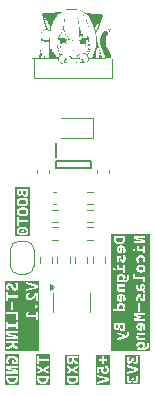
<source format=gbr>
%TF.GenerationSoftware,KiCad,Pcbnew,8.0.1*%
%TF.CreationDate,2024-08-06T23:31:19+08:00*%
%TF.ProjectId,ST-Link-V2.1,53542d4c-696e-46b2-9d56-322e312e6b69,rev?*%
%TF.SameCoordinates,Original*%
%TF.FileFunction,Legend,Bot*%
%TF.FilePolarity,Positive*%
%FSLAX46Y46*%
G04 Gerber Fmt 4.6, Leading zero omitted, Abs format (unit mm)*
G04 Created by KiCad (PCBNEW 8.0.1) date 2024-08-06 23:31:19*
%MOMM*%
%LPD*%
G01*
G04 APERTURE LIST*
%ADD10C,0.200000*%
%ADD11C,0.100000*%
%ADD12C,0.000000*%
%ADD13C,0.120000*%
G04 APERTURE END LIST*
D10*
G36*
X64917094Y-61569413D02*
G01*
X64967383Y-61579231D01*
X65014696Y-61600268D01*
X65017997Y-61602477D01*
X65053393Y-61640604D01*
X65068512Y-61687646D01*
X65069776Y-61708722D01*
X65063975Y-61757749D01*
X65039812Y-61803617D01*
X65020683Y-61819609D01*
X64975552Y-61838660D01*
X64925244Y-61847819D01*
X64870096Y-61850841D01*
X64863391Y-61850872D01*
X64812940Y-61848658D01*
X64760136Y-61839666D01*
X64711822Y-61819745D01*
X64705366Y-61815457D01*
X64671305Y-61777596D01*
X64656757Y-61730133D01*
X64655540Y-61708722D01*
X64664529Y-61658633D01*
X64694316Y-61616051D01*
X64710006Y-61603698D01*
X64757107Y-61581075D01*
X64805908Y-61570199D01*
X64857252Y-61566609D01*
X64863391Y-61566573D01*
X64917094Y-61569413D01*
G37*
G36*
X63381960Y-60120900D02*
G01*
X63377221Y-60171916D01*
X63359710Y-60219627D01*
X63348255Y-60236182D01*
X63307833Y-60267140D01*
X63257737Y-60277419D01*
X63253977Y-60277459D01*
X63203606Y-60267960D01*
X63163008Y-60236888D01*
X63160921Y-60234228D01*
X63138381Y-60189436D01*
X63129107Y-60139954D01*
X63127948Y-60111374D01*
X63127948Y-59956769D01*
X63381960Y-59956769D01*
X63381960Y-60120900D01*
G37*
G36*
X62959909Y-60079623D02*
G01*
X62956522Y-60111374D01*
X62954579Y-60129585D01*
X62933778Y-60174038D01*
X62932065Y-60176099D01*
X62889325Y-60203426D01*
X62849267Y-60208827D01*
X62801018Y-60197853D01*
X62774284Y-60174145D01*
X62754464Y-60127506D01*
X62748982Y-60078632D01*
X62748883Y-60070097D01*
X62748883Y-59956769D01*
X62959909Y-59956769D01*
X62959909Y-60079623D01*
G37*
G36*
X64807948Y-60236915D02*
G01*
X64756142Y-60231660D01*
X64708290Y-60212246D01*
X64691933Y-60199546D01*
X64663006Y-60157911D01*
X64651987Y-60107141D01*
X64651632Y-60094766D01*
X64659086Y-60044746D01*
X64683981Y-60000867D01*
X64704633Y-59981681D01*
X64750635Y-59957272D01*
X64798520Y-59945537D01*
X64807948Y-59944814D01*
X64807948Y-60236915D01*
G37*
G36*
X63237094Y-58290697D02*
G01*
X63287383Y-58300515D01*
X63334696Y-58321552D01*
X63337997Y-58323761D01*
X63373393Y-58361888D01*
X63388512Y-58408930D01*
X63389776Y-58430006D01*
X63383975Y-58479033D01*
X63359812Y-58524901D01*
X63340683Y-58540893D01*
X63295552Y-58559944D01*
X63245244Y-58569103D01*
X63190096Y-58572125D01*
X63183391Y-58572156D01*
X63132940Y-58569942D01*
X63080136Y-58560950D01*
X63031822Y-58541029D01*
X63025366Y-58536741D01*
X62991305Y-58498880D01*
X62976757Y-58451417D01*
X62975540Y-58430006D01*
X62984529Y-58379917D01*
X63014316Y-58337335D01*
X63030006Y-58324982D01*
X63077107Y-58302359D01*
X63125908Y-58291483D01*
X63177252Y-58287893D01*
X63183391Y-58287857D01*
X63237094Y-58290697D01*
G37*
G36*
X63127948Y-57777878D02*
G01*
X63076142Y-57772623D01*
X63028290Y-57753209D01*
X63011933Y-57740509D01*
X62983006Y-57698874D01*
X62971987Y-57648104D01*
X62971632Y-57635729D01*
X62979086Y-57585709D01*
X63003981Y-57541830D01*
X63024633Y-57522644D01*
X63070635Y-57498235D01*
X63118520Y-57486500D01*
X63127948Y-57485777D01*
X63127948Y-57777878D01*
G37*
G36*
X65055008Y-56655035D02*
G01*
X65068311Y-56667550D01*
X65087264Y-56714913D01*
X65089316Y-56743998D01*
X65084781Y-56792998D01*
X65068493Y-56839725D01*
X65065624Y-56844870D01*
X65034953Y-56884069D01*
X65005540Y-56905687D01*
X64958982Y-56923108D01*
X64930617Y-56925928D01*
X64923628Y-56889308D01*
X64920788Y-56859281D01*
X64919245Y-56809525D01*
X64919078Y-56785764D01*
X64922187Y-56736791D01*
X64936002Y-56687256D01*
X64968812Y-56650667D01*
X65007494Y-56641660D01*
X65055008Y-56655035D01*
G37*
G36*
X63237094Y-55831660D02*
G01*
X63287383Y-55841478D01*
X63334696Y-55862515D01*
X63337997Y-55864724D01*
X63373393Y-55902851D01*
X63388512Y-55949893D01*
X63389776Y-55970969D01*
X63383975Y-56019996D01*
X63359812Y-56065864D01*
X63340683Y-56081856D01*
X63295552Y-56100907D01*
X63245244Y-56110066D01*
X63190096Y-56113088D01*
X63183391Y-56113119D01*
X63132940Y-56110905D01*
X63080136Y-56101913D01*
X63031822Y-56081992D01*
X63025366Y-56077704D01*
X62991305Y-56039843D01*
X62976757Y-55992380D01*
X62975540Y-55970969D01*
X62984529Y-55920880D01*
X63014316Y-55878298D01*
X63030006Y-55865945D01*
X63077107Y-55843322D01*
X63125908Y-55832446D01*
X63177252Y-55828856D01*
X63183391Y-55828820D01*
X63237094Y-55831660D01*
G37*
G36*
X64914764Y-55040725D02*
G01*
X64964367Y-55050275D01*
X65012366Y-55070740D01*
X65015799Y-55072889D01*
X65052697Y-55109086D01*
X65068933Y-55156130D01*
X65069776Y-55171563D01*
X65059445Y-55221611D01*
X65028450Y-55260627D01*
X65015799Y-55269748D01*
X64968847Y-55290883D01*
X64920117Y-55301044D01*
X64868797Y-55304397D01*
X64862658Y-55304431D01*
X64810237Y-55301687D01*
X64760510Y-55292204D01*
X64712677Y-55271882D01*
X64709274Y-55269748D01*
X64672542Y-55233838D01*
X64656380Y-55186801D01*
X64655540Y-55171318D01*
X64665825Y-55121343D01*
X64696680Y-55082120D01*
X64709274Y-55072889D01*
X64756031Y-55051605D01*
X64804860Y-55041373D01*
X64856475Y-55037996D01*
X64862658Y-55037962D01*
X64914764Y-55040725D01*
G37*
G36*
X63127948Y-53679483D02*
G01*
X63076142Y-53674228D01*
X63028290Y-53654814D01*
X63011933Y-53642114D01*
X62983006Y-53600479D01*
X62971987Y-53549709D01*
X62971632Y-53537334D01*
X62979086Y-53487314D01*
X63003981Y-53443435D01*
X63024633Y-53424249D01*
X63070635Y-53399840D01*
X63118520Y-53388105D01*
X63127948Y-53387382D01*
X63127948Y-53679483D01*
G37*
G36*
X63374145Y-52632414D02*
G01*
X63370522Y-52687864D01*
X63359652Y-52736886D01*
X63338357Y-52785040D01*
X63307598Y-52824798D01*
X63298429Y-52833426D01*
X63256221Y-52862704D01*
X63205312Y-52883618D01*
X63153628Y-52895055D01*
X63104026Y-52899760D01*
X63077390Y-52900348D01*
X63020054Y-52897996D01*
X62968213Y-52890937D01*
X62914678Y-52876756D01*
X62868623Y-52856169D01*
X62835101Y-52833426D01*
X62799090Y-52795767D01*
X62773368Y-52749712D01*
X62759302Y-52702526D01*
X62753112Y-52648913D01*
X62752791Y-52632414D01*
X62752791Y-52565736D01*
X63374145Y-52565736D01*
X63374145Y-52632414D01*
G37*
G36*
X65665465Y-62148096D02*
G01*
X62368128Y-62148096D01*
X62368128Y-61657920D01*
X64479685Y-61657920D01*
X64483886Y-61708722D01*
X64484015Y-61710279D01*
X64500293Y-61759952D01*
X64516322Y-61783949D01*
X64555458Y-61815812D01*
X64604859Y-61835102D01*
X64627208Y-61839881D01*
X64627208Y-61852862D01*
X64495317Y-61864549D01*
X64495317Y-62036985D01*
X65160390Y-62036985D01*
X65218800Y-62034755D01*
X65272212Y-62028064D01*
X65320628Y-62016914D01*
X65372131Y-61997645D01*
X65416438Y-61971954D01*
X65447864Y-61945638D01*
X65479646Y-61907570D01*
X65505383Y-61861878D01*
X65525075Y-61808561D01*
X65536868Y-61758305D01*
X65544462Y-61702754D01*
X65547515Y-61654501D01*
X65554354Y-61441521D01*
X65390223Y-61434682D01*
X65383384Y-61668178D01*
X65378086Y-61718116D01*
X65361326Y-61767764D01*
X65330139Y-61807641D01*
X65285523Y-61833985D01*
X65238110Y-61846650D01*
X65187485Y-61850830D01*
X65181395Y-61850872D01*
X65098108Y-61850872D01*
X65098108Y-61835729D01*
X65148243Y-61822540D01*
X65190850Y-61797089D01*
X65208750Y-61778576D01*
X65233962Y-61732601D01*
X65244334Y-61683966D01*
X65245631Y-61656454D01*
X65240898Y-61600131D01*
X65226697Y-61549558D01*
X65203030Y-61504735D01*
X65169897Y-61465663D01*
X65146713Y-61445917D01*
X65099345Y-61416605D01*
X65052233Y-61397211D01*
X64999110Y-61383106D01*
X64950250Y-61375392D01*
X64897215Y-61371352D01*
X64863391Y-61370690D01*
X64808174Y-61372527D01*
X64757012Y-61378037D01*
X64700969Y-61389497D01*
X64650766Y-61406247D01*
X64606402Y-61428286D01*
X64580069Y-61445917D01*
X64540955Y-61481774D01*
X64511448Y-61523522D01*
X64491547Y-61571159D01*
X64481254Y-61624688D01*
X64479685Y-61657920D01*
X62368128Y-61657920D01*
X62368128Y-60522923D01*
X62815317Y-60522923D01*
X62815317Y-60720027D01*
X63393684Y-60900767D01*
X63393684Y-60916137D01*
X62815317Y-61077355D01*
X62815317Y-61274459D01*
X63479658Y-61069783D01*
X63527130Y-61053866D01*
X63577957Y-61034190D01*
X63623875Y-61013321D01*
X63670343Y-60988011D01*
X63690020Y-60975505D01*
X64479685Y-60975505D01*
X64484112Y-61029987D01*
X64497393Y-61077904D01*
X64522917Y-61123965D01*
X64550516Y-61154047D01*
X64594975Y-61184626D01*
X64642248Y-61203406D01*
X64696817Y-61214279D01*
X64750551Y-61217306D01*
X65230000Y-61217306D01*
X65230000Y-61031193D01*
X64795247Y-61031193D01*
X64745794Y-61026718D01*
X64698983Y-61008927D01*
X64691933Y-61004082D01*
X64661546Y-60963708D01*
X64655540Y-60926657D01*
X64665486Y-60872125D01*
X64695324Y-60830987D01*
X64745054Y-60803243D01*
X64792754Y-60791626D01*
X64850603Y-60786842D01*
X64863391Y-60786706D01*
X65230000Y-60786706D01*
X65230000Y-60600593D01*
X64495317Y-60600593D01*
X64495317Y-60766678D01*
X64628429Y-60783840D01*
X64628429Y-60804535D01*
X64577551Y-60816385D01*
X64531736Y-60840715D01*
X64516566Y-60854605D01*
X64491355Y-60897341D01*
X64480982Y-60946548D01*
X64479685Y-60975505D01*
X63690020Y-60975505D01*
X63691172Y-60974773D01*
X63733008Y-60943101D01*
X63768392Y-60908260D01*
X63800139Y-60865833D01*
X63810607Y-60847766D01*
X63832498Y-60799004D01*
X63847346Y-60750304D01*
X63857597Y-60697046D01*
X63860676Y-60671912D01*
X63874354Y-60536601D01*
X63714131Y-60529762D01*
X63700453Y-60655547D01*
X63691117Y-60704874D01*
X63673940Y-60751143D01*
X63666015Y-60765945D01*
X63634978Y-60806217D01*
X63595454Y-60838380D01*
X63585659Y-60844591D01*
X63550000Y-60863268D01*
X63550000Y-60767411D01*
X62815317Y-60522923D01*
X62368128Y-60522923D01*
X62368128Y-59775296D01*
X62580844Y-59775296D01*
X62580844Y-59933321D01*
X62580844Y-60070097D01*
X62580844Y-60076936D01*
X62583068Y-60132183D01*
X62589740Y-60182518D01*
X62603145Y-60235034D01*
X62622605Y-60280865D01*
X62644103Y-60314829D01*
X62679075Y-60351694D01*
X62720734Y-60378026D01*
X62769079Y-60393826D01*
X62824110Y-60399092D01*
X62876924Y-60393934D01*
X62927042Y-60376102D01*
X62968143Y-60345534D01*
X62978715Y-60333879D01*
X63007309Y-60287907D01*
X63023989Y-60237356D01*
X63031614Y-60185122D01*
X63032132Y-60170969D01*
X63054919Y-60170969D01*
X63054919Y-60202721D01*
X63057829Y-60255505D01*
X63068282Y-60309017D01*
X63086337Y-60355263D01*
X63115736Y-60398604D01*
X63153768Y-60432017D01*
X63199722Y-60454494D01*
X63253597Y-60466037D01*
X63286950Y-60467725D01*
X63339163Y-60463891D01*
X63392194Y-60450122D01*
X63438142Y-60426339D01*
X63477007Y-60392542D01*
X63481367Y-60387613D01*
X63511394Y-60343481D01*
X63530630Y-60297979D01*
X63543297Y-60246048D01*
X63548927Y-60196420D01*
X63550000Y-60160711D01*
X63550000Y-60093300D01*
X64479685Y-60093300D01*
X64479770Y-60094766D01*
X64482940Y-60149328D01*
X64492703Y-60200359D01*
X64512319Y-60253578D01*
X64540795Y-60299996D01*
X64572254Y-60334368D01*
X64616784Y-60367582D01*
X64661372Y-60389558D01*
X64711884Y-60405541D01*
X64768322Y-60415530D01*
X64819879Y-60419276D01*
X64841653Y-60419609D01*
X64890502Y-60418571D01*
X64936908Y-60415457D01*
X64936908Y-59954104D01*
X64952666Y-59958376D01*
X64996734Y-59983878D01*
X65015066Y-60000976D01*
X65043917Y-60043113D01*
X65060747Y-60089397D01*
X65068921Y-60143603D01*
X65069776Y-60170237D01*
X65068494Y-60219452D01*
X65064647Y-60267934D01*
X65058541Y-60316538D01*
X65050481Y-60366120D01*
X65226336Y-60383949D01*
X65234407Y-60333242D01*
X65240283Y-60282108D01*
X65242212Y-60256210D01*
X65244666Y-60204894D01*
X65245631Y-60153872D01*
X65243210Y-60096895D01*
X65235947Y-60044116D01*
X65223842Y-59995534D01*
X65202925Y-59942778D01*
X65175036Y-59896067D01*
X65146468Y-59861758D01*
X65106151Y-59826813D01*
X65059755Y-59799098D01*
X65007279Y-59778613D01*
X64958905Y-59767066D01*
X64906309Y-59760538D01*
X64861193Y-59758932D01*
X64806609Y-59761067D01*
X64755973Y-59767471D01*
X64700420Y-59780792D01*
X64650551Y-59800260D01*
X64606367Y-59825877D01*
X64580069Y-59846371D01*
X64545954Y-59881693D01*
X64515075Y-59929306D01*
X64496253Y-59975606D01*
X64484489Y-60026971D01*
X64479784Y-60083402D01*
X64479685Y-60093300D01*
X63550000Y-60093300D01*
X63550000Y-59946999D01*
X63550000Y-59775296D01*
X62580844Y-59775296D01*
X62368128Y-59775296D01*
X62368128Y-58933635D01*
X64260844Y-58933635D01*
X64260844Y-59102651D01*
X64260844Y-59192777D01*
X64686803Y-59264096D01*
X64686803Y-59266782D01*
X64686803Y-59275087D01*
X64260844Y-59346650D01*
X64260844Y-59436531D01*
X64260844Y-59605547D01*
X65230000Y-59605547D01*
X65230000Y-59436531D01*
X64432791Y-59436531D01*
X64432791Y-59415282D01*
X64886106Y-59332728D01*
X64886106Y-59246266D01*
X64886106Y-59206454D01*
X64432791Y-59123900D01*
X64432791Y-59102651D01*
X65230000Y-59102651D01*
X65230000Y-58933635D01*
X64260844Y-58933635D01*
X62368128Y-58933635D01*
X62368128Y-58758269D01*
X62518318Y-58758269D01*
X63550000Y-58758269D01*
X63556838Y-58599023D01*
X63418108Y-58573201D01*
X63418108Y-58557013D01*
X63468243Y-58543824D01*
X63510850Y-58518373D01*
X63528750Y-58499860D01*
X63553962Y-58453885D01*
X63564334Y-58405250D01*
X63565631Y-58377739D01*
X63560898Y-58321415D01*
X63546697Y-58270842D01*
X63523030Y-58226019D01*
X63489897Y-58186947D01*
X63466713Y-58167201D01*
X63419345Y-58137889D01*
X63372233Y-58118495D01*
X63319110Y-58104390D01*
X63270250Y-58096676D01*
X63243798Y-58094661D01*
X64651632Y-58094661D01*
X64651632Y-58805163D01*
X64819672Y-58805163D01*
X64819672Y-58094661D01*
X64651632Y-58094661D01*
X63243798Y-58094661D01*
X63217215Y-58092636D01*
X63183391Y-58091974D01*
X63128174Y-58093811D01*
X63077012Y-58099321D01*
X63020969Y-58110781D01*
X62970766Y-58127531D01*
X62926402Y-58149570D01*
X62900069Y-58167201D01*
X62860955Y-58203058D01*
X62831448Y-58244806D01*
X62811547Y-58292443D01*
X62801254Y-58345972D01*
X62799685Y-58379204D01*
X62804015Y-58429443D01*
X62804207Y-58430006D01*
X62820293Y-58477206D01*
X62836322Y-58500348D01*
X62875458Y-58531116D01*
X62924859Y-58549724D01*
X62947208Y-58554326D01*
X62947208Y-58572156D01*
X62518318Y-58572156D01*
X62518318Y-58758269D01*
X62368128Y-58758269D01*
X62368128Y-57634263D01*
X62799685Y-57634263D01*
X62799770Y-57635729D01*
X62802940Y-57690291D01*
X62812703Y-57741322D01*
X62832319Y-57794541D01*
X62860795Y-57840959D01*
X62892254Y-57875331D01*
X62936784Y-57908545D01*
X62981372Y-57930521D01*
X63031884Y-57946504D01*
X63088322Y-57956493D01*
X63139879Y-57960239D01*
X63161653Y-57960572D01*
X63210502Y-57959534D01*
X63256908Y-57956420D01*
X63256908Y-57495067D01*
X63272666Y-57499339D01*
X63316734Y-57524841D01*
X63335066Y-57541939D01*
X63363917Y-57584076D01*
X63380747Y-57630360D01*
X63388921Y-57684566D01*
X63389776Y-57711200D01*
X63388494Y-57760415D01*
X63384647Y-57808897D01*
X63378541Y-57857501D01*
X63370481Y-57907083D01*
X63546336Y-57924912D01*
X63554407Y-57874205D01*
X63560283Y-57823071D01*
X63562212Y-57797173D01*
X63564666Y-57745857D01*
X63565086Y-57723656D01*
X64479685Y-57723656D01*
X64480651Y-57774325D01*
X64483105Y-57820865D01*
X64487379Y-57872827D01*
X64492939Y-57924093D01*
X64493363Y-57927599D01*
X64665310Y-57907815D01*
X64661096Y-57856097D01*
X64658137Y-57807325D01*
X64657739Y-57798394D01*
X64655903Y-57748077D01*
X64655540Y-57719504D01*
X64656564Y-57665597D01*
X64660104Y-57616214D01*
X64668485Y-57568562D01*
X64694135Y-57526247D01*
X64710983Y-57521667D01*
X64737606Y-57531681D01*
X64753237Y-57562944D01*
X64810390Y-57760048D01*
X64827340Y-57809175D01*
X64850162Y-57854923D01*
X64880114Y-57894501D01*
X64886106Y-57900488D01*
X64926635Y-57928767D01*
X64975682Y-57943994D01*
X65013112Y-57946894D01*
X65068204Y-57941139D01*
X65115755Y-57923874D01*
X65155765Y-57895099D01*
X65188234Y-57854815D01*
X65210599Y-57809902D01*
X65227470Y-57755732D01*
X65237560Y-57701934D01*
X65242885Y-57651907D01*
X65245407Y-57597157D01*
X65245631Y-57573935D01*
X65245130Y-57523870D01*
X65243422Y-57473041D01*
X65240502Y-57426657D01*
X65235488Y-57377005D01*
X65227599Y-57326025D01*
X65225115Y-57313572D01*
X65047794Y-57335554D01*
X65054139Y-57386922D01*
X65059906Y-57437255D01*
X65064403Y-57481123D01*
X65068260Y-57530954D01*
X65069776Y-57573935D01*
X65068464Y-57625245D01*
X65063427Y-57673972D01*
X65056343Y-57703872D01*
X65024835Y-57742244D01*
X65012379Y-57744173D01*
X64986001Y-57733914D01*
X64969148Y-57700942D01*
X64899539Y-57470865D01*
X64881719Y-57425068D01*
X64854110Y-57381884D01*
X64833593Y-57361200D01*
X64789281Y-57336155D01*
X64737670Y-57325458D01*
X64715136Y-57324563D01*
X64665912Y-57329297D01*
X64616811Y-57346298D01*
X64575343Y-57375665D01*
X64541508Y-57417396D01*
X64537815Y-57423482D01*
X64515165Y-57471656D01*
X64500178Y-57520743D01*
X64489279Y-57577025D01*
X64483319Y-57629424D01*
X64480196Y-57686820D01*
X64479685Y-57723656D01*
X63565086Y-57723656D01*
X63565631Y-57694836D01*
X63563210Y-57637858D01*
X63555947Y-57585079D01*
X63543842Y-57536497D01*
X63522925Y-57483741D01*
X63495036Y-57437030D01*
X63466468Y-57402721D01*
X63426151Y-57367776D01*
X63379755Y-57340061D01*
X63327279Y-57319576D01*
X63278905Y-57308029D01*
X63226309Y-57301501D01*
X63181193Y-57299895D01*
X63126609Y-57302030D01*
X63075973Y-57308434D01*
X63020420Y-57321755D01*
X62970551Y-57341223D01*
X62926367Y-57366840D01*
X62900069Y-57387334D01*
X62865954Y-57422656D01*
X62835075Y-57470269D01*
X62816253Y-57516569D01*
X62804489Y-57567934D01*
X62799784Y-57624365D01*
X62799685Y-57634263D01*
X62368128Y-57634263D01*
X62368128Y-56877110D01*
X62799685Y-56877110D01*
X62804112Y-56931592D01*
X62817393Y-56979509D01*
X62842917Y-57025570D01*
X62870516Y-57055652D01*
X62914975Y-57086231D01*
X62962248Y-57105011D01*
X63016817Y-57115884D01*
X63070551Y-57118911D01*
X63550000Y-57118911D01*
X63550000Y-56932798D01*
X63115247Y-56932798D01*
X63065794Y-56928323D01*
X63018983Y-56910532D01*
X63011933Y-56905687D01*
X62981546Y-56865313D01*
X62975540Y-56828262D01*
X62985486Y-56773730D01*
X63015324Y-56732592D01*
X63065054Y-56704848D01*
X63112754Y-56693231D01*
X63170603Y-56688447D01*
X63183391Y-56688311D01*
X63550000Y-56688311D01*
X63550000Y-56555687D01*
X64479685Y-56555687D01*
X64481884Y-56714445D01*
X64484542Y-56773782D01*
X64490838Y-56828146D01*
X64500771Y-56877538D01*
X64517492Y-56930243D01*
X64539451Y-56975786D01*
X64561751Y-57008269D01*
X64598788Y-57045765D01*
X64642581Y-57074052D01*
X64693129Y-57093129D01*
X64741833Y-57102151D01*
X64786210Y-57104501D01*
X65061960Y-57104501D01*
X65077348Y-57205617D01*
X65230000Y-57205617D01*
X65236838Y-56944521D01*
X65074173Y-56932721D01*
X65074173Y-56915043D01*
X65100744Y-56911956D01*
X65148514Y-56895162D01*
X65159658Y-56888834D01*
X65197454Y-56856594D01*
X65224382Y-56813607D01*
X65239634Y-56764084D01*
X65245299Y-56714391D01*
X65245631Y-56697836D01*
X65241983Y-56643034D01*
X65231038Y-56594644D01*
X65210002Y-56547868D01*
X65187257Y-56517096D01*
X65145979Y-56483093D01*
X65100631Y-56463258D01*
X65047516Y-56453624D01*
X65021416Y-56452616D01*
X64969499Y-56456660D01*
X64917006Y-56471185D01*
X64871809Y-56496273D01*
X64833910Y-56531925D01*
X64829685Y-56537124D01*
X64800407Y-56583805D01*
X64781650Y-56631914D01*
X64769298Y-56686801D01*
X64763809Y-56739243D01*
X64762763Y-56776971D01*
X64762981Y-56785764D01*
X64763978Y-56826078D01*
X64768344Y-56874759D01*
X64769113Y-56880286D01*
X64777462Y-56925959D01*
X64772288Y-56925959D01*
X64722640Y-56915011D01*
X64685415Y-56879199D01*
X64683628Y-56876133D01*
X64664959Y-56827669D01*
X64656248Y-56779526D01*
X64652609Y-56728122D01*
X64647725Y-56542009D01*
X64479685Y-56555687D01*
X63550000Y-56555687D01*
X63550000Y-56502198D01*
X62815317Y-56502198D01*
X62815317Y-56668283D01*
X62948429Y-56685445D01*
X62948429Y-56706140D01*
X62897551Y-56717990D01*
X62851736Y-56742320D01*
X62836566Y-56756210D01*
X62811355Y-56798946D01*
X62800982Y-56848153D01*
X62799685Y-56877110D01*
X62368128Y-56877110D01*
X62368128Y-55920167D01*
X62799685Y-55920167D01*
X62803886Y-55970969D01*
X62804015Y-55972526D01*
X62820293Y-56022199D01*
X62836322Y-56046196D01*
X62875458Y-56078059D01*
X62924859Y-56097349D01*
X62947208Y-56102128D01*
X62947208Y-56115109D01*
X62815317Y-56126796D01*
X62815317Y-56299232D01*
X63480390Y-56299232D01*
X63538800Y-56297002D01*
X63592212Y-56290311D01*
X63640628Y-56279161D01*
X63692131Y-56259892D01*
X63736438Y-56234201D01*
X63767864Y-56207885D01*
X63799646Y-56169818D01*
X63825383Y-56124125D01*
X63845075Y-56070808D01*
X63856868Y-56020552D01*
X63864462Y-55965001D01*
X63867515Y-55916748D01*
X63874354Y-55703768D01*
X63710223Y-55696929D01*
X63703384Y-55930425D01*
X63698086Y-55980363D01*
X63681326Y-56030011D01*
X63650139Y-56069888D01*
X63605523Y-56096232D01*
X63558110Y-56108897D01*
X63507485Y-56113077D01*
X63501395Y-56113119D01*
X63418108Y-56113119D01*
X63418108Y-56097976D01*
X63468243Y-56084787D01*
X63510850Y-56059336D01*
X63528750Y-56040823D01*
X63553962Y-55994848D01*
X63564334Y-55946213D01*
X63565631Y-55918702D01*
X63560898Y-55862378D01*
X63546697Y-55811805D01*
X63523030Y-55766982D01*
X63489897Y-55727910D01*
X63466713Y-55708164D01*
X63419345Y-55678852D01*
X63372233Y-55659458D01*
X63319110Y-55645353D01*
X63270250Y-55637639D01*
X63227769Y-55634403D01*
X64198318Y-55634403D01*
X64198318Y-55852756D01*
X64198318Y-56025924D01*
X64919567Y-56025924D01*
X64969866Y-56029645D01*
X64993817Y-56035450D01*
X65032846Y-56066010D01*
X65036559Y-56072575D01*
X65048621Y-56120264D01*
X65050237Y-56154396D01*
X65046562Y-56204107D01*
X65037884Y-56252354D01*
X65025711Y-56301079D01*
X65024103Y-56306803D01*
X65216566Y-56328053D01*
X65228227Y-56277770D01*
X65236709Y-56229077D01*
X65238548Y-56215457D01*
X65243390Y-56166563D01*
X65245520Y-56114771D01*
X65245631Y-56099441D01*
X65242969Y-56050572D01*
X65233135Y-56000373D01*
X65213023Y-55951990D01*
X65179084Y-55909018D01*
X65169916Y-55901116D01*
X65126273Y-55874616D01*
X65078793Y-55857639D01*
X65022642Y-55846459D01*
X64967610Y-55841490D01*
X64927383Y-55840544D01*
X64370265Y-55840544D01*
X64370265Y-55634403D01*
X64198318Y-55634403D01*
X63227769Y-55634403D01*
X63217215Y-55633599D01*
X63183391Y-55632937D01*
X63128174Y-55634774D01*
X63077012Y-55640284D01*
X63020969Y-55651744D01*
X62970766Y-55668494D01*
X62926402Y-55690533D01*
X62900069Y-55708164D01*
X62860955Y-55744021D01*
X62831448Y-55785769D01*
X62811547Y-55833406D01*
X62801254Y-55886935D01*
X62799685Y-55920167D01*
X62368128Y-55920167D01*
X62368128Y-55211130D01*
X62479239Y-55211130D01*
X62488614Y-55261600D01*
X62512456Y-55296859D01*
X62555887Y-55323521D01*
X62598429Y-55329832D01*
X62649159Y-55320526D01*
X62661940Y-55312002D01*
X62815317Y-55312002D01*
X62856594Y-55312002D01*
X63378053Y-55312002D01*
X63378053Y-55527669D01*
X63550000Y-55527669D01*
X63550000Y-55298325D01*
X63550000Y-55171318D01*
X64479685Y-55171318D01*
X64483197Y-55227813D01*
X64493733Y-55279327D01*
X64511293Y-55325861D01*
X64540657Y-55373856D01*
X64579581Y-55415073D01*
X64619970Y-55444456D01*
X64666214Y-55467761D01*
X64718316Y-55484985D01*
X64766206Y-55494695D01*
X64818164Y-55500184D01*
X64862658Y-55501535D01*
X64917670Y-55499424D01*
X64968675Y-55493091D01*
X65024591Y-55479919D01*
X65074737Y-55460668D01*
X65119113Y-55435337D01*
X65145491Y-55415073D01*
X65184511Y-55373856D01*
X65213946Y-55325861D01*
X65231549Y-55279327D01*
X65242111Y-55227813D01*
X65245631Y-55171318D01*
X65242111Y-55114741D01*
X65231549Y-55063161D01*
X65213946Y-55016578D01*
X65184511Y-54968548D01*
X65145491Y-54927320D01*
X65104962Y-54897936D01*
X65058663Y-54874632D01*
X65006594Y-54857407D01*
X64948754Y-54846262D01*
X64896146Y-54841618D01*
X64862658Y-54840858D01*
X64807447Y-54842969D01*
X64756303Y-54849301D01*
X64700298Y-54862473D01*
X64650149Y-54881725D01*
X64605856Y-54907055D01*
X64579581Y-54927320D01*
X64540657Y-54968548D01*
X64511293Y-55016578D01*
X64493733Y-55063161D01*
X64483197Y-55114741D01*
X64479685Y-55171318D01*
X63550000Y-55171318D01*
X63550000Y-55126622D01*
X63550000Y-54857222D01*
X63378053Y-54857222D01*
X63378053Y-55126622D01*
X62987264Y-55126622D01*
X62987264Y-54898499D01*
X62815317Y-54898499D01*
X62815317Y-55312002D01*
X62661940Y-55312002D01*
X62684647Y-55296859D01*
X62711309Y-55253505D01*
X62717620Y-55211130D01*
X62708314Y-55160469D01*
X62684647Y-55125157D01*
X62641018Y-55098495D01*
X62598429Y-55092184D01*
X62547769Y-55101490D01*
X62512456Y-55125157D01*
X62485597Y-55168588D01*
X62479239Y-55211130D01*
X62368128Y-55211130D01*
X62368128Y-54444940D01*
X62799685Y-54444940D01*
X62800651Y-54495609D01*
X62803105Y-54542149D01*
X62807379Y-54594112D01*
X62812939Y-54645377D01*
X62813363Y-54648883D01*
X62985310Y-54629099D01*
X62981096Y-54577381D01*
X62978137Y-54528609D01*
X62977739Y-54519678D01*
X62975903Y-54469361D01*
X62975540Y-54440788D01*
X62976564Y-54386881D01*
X62980104Y-54337498D01*
X62988485Y-54289846D01*
X63014135Y-54247531D01*
X63030983Y-54242951D01*
X63057606Y-54252965D01*
X63073237Y-54284228D01*
X63130390Y-54481332D01*
X63147340Y-54530459D01*
X63170162Y-54576207D01*
X63200114Y-54615785D01*
X63206106Y-54621772D01*
X63246635Y-54650051D01*
X63295682Y-54665278D01*
X63333112Y-54668178D01*
X63388204Y-54662423D01*
X63435755Y-54645158D01*
X63475765Y-54616383D01*
X63508234Y-54576099D01*
X63530599Y-54531186D01*
X63547470Y-54477016D01*
X63557560Y-54423218D01*
X63559771Y-54402442D01*
X64479685Y-54402442D01*
X64482479Y-54456847D01*
X64490860Y-54507222D01*
X64506966Y-54559077D01*
X64524382Y-54595882D01*
X64552304Y-54637510D01*
X64590171Y-54675063D01*
X64635241Y-54703456D01*
X64650167Y-54710188D01*
X64758855Y-54575366D01*
X64717364Y-54543728D01*
X64685854Y-54504683D01*
X64682407Y-54498918D01*
X64663123Y-54453251D01*
X64655645Y-54403720D01*
X64655540Y-54396824D01*
X64660597Y-54347551D01*
X64680014Y-54298184D01*
X64707320Y-54265177D01*
X64752119Y-54236601D01*
X64803987Y-54221992D01*
X64854110Y-54218283D01*
X64903722Y-54222099D01*
X64952017Y-54235516D01*
X64996344Y-54261753D01*
X65014822Y-54279344D01*
X65043802Y-54322668D01*
X65060707Y-54370225D01*
X65068435Y-54419310D01*
X65069776Y-54453244D01*
X65068616Y-54502398D01*
X65065136Y-54551674D01*
X65059396Y-54600340D01*
X65051946Y-54647662D01*
X65225115Y-54666713D01*
X65234258Y-54617452D01*
X65240315Y-54566695D01*
X65241479Y-54551919D01*
X65244317Y-54500761D01*
X65245566Y-54450726D01*
X65245631Y-54436636D01*
X65243210Y-54376783D01*
X65235947Y-54321331D01*
X65223842Y-54270280D01*
X65206896Y-54223629D01*
X65180168Y-54173458D01*
X65146468Y-54129623D01*
X65106151Y-54092769D01*
X65059755Y-54063540D01*
X65007279Y-54041936D01*
X64958905Y-54029757D01*
X64906309Y-54022873D01*
X64861193Y-54021179D01*
X64806609Y-54023588D01*
X64755973Y-54030815D01*
X64700420Y-54045847D01*
X64650551Y-54067818D01*
X64606367Y-54096726D01*
X64580069Y-54119853D01*
X64545954Y-54159927D01*
X64518898Y-54205960D01*
X64498900Y-54257952D01*
X64487626Y-54305831D01*
X64481254Y-54357849D01*
X64479685Y-54402442D01*
X63559771Y-54402442D01*
X63562885Y-54373191D01*
X63565407Y-54318441D01*
X63565631Y-54295219D01*
X63565130Y-54245154D01*
X63563422Y-54194325D01*
X63560502Y-54147941D01*
X63555488Y-54098289D01*
X63547599Y-54047309D01*
X63545115Y-54034856D01*
X63367794Y-54056838D01*
X63374139Y-54108206D01*
X63379906Y-54158539D01*
X63384403Y-54202407D01*
X63388260Y-54252238D01*
X63389776Y-54295219D01*
X63388464Y-54346529D01*
X63383427Y-54395256D01*
X63376343Y-54425157D01*
X63344835Y-54463528D01*
X63332379Y-54465457D01*
X63306001Y-54455198D01*
X63289148Y-54422226D01*
X63219539Y-54192149D01*
X63201719Y-54146352D01*
X63174110Y-54103168D01*
X63153593Y-54082484D01*
X63109281Y-54057439D01*
X63057670Y-54046742D01*
X63035136Y-54045847D01*
X62985912Y-54050581D01*
X62936811Y-54067582D01*
X62895343Y-54096949D01*
X62861508Y-54138680D01*
X62857815Y-54144766D01*
X62835165Y-54192940D01*
X62820178Y-54242027D01*
X62809279Y-54298309D01*
X62803319Y-54350708D01*
X62800196Y-54408104D01*
X62799685Y-54444940D01*
X62368128Y-54444940D01*
X62368128Y-53535868D01*
X62799685Y-53535868D01*
X62799770Y-53537334D01*
X62802940Y-53591896D01*
X62812703Y-53642927D01*
X62832319Y-53696146D01*
X62860795Y-53742564D01*
X62892254Y-53776936D01*
X62936784Y-53810150D01*
X62981372Y-53832126D01*
X63031884Y-53848109D01*
X63088322Y-53858098D01*
X63139879Y-53861844D01*
X63161653Y-53862177D01*
X63210502Y-53861139D01*
X63256908Y-53858025D01*
X63256908Y-53396672D01*
X63272666Y-53400944D01*
X63316734Y-53426446D01*
X63335066Y-53443545D01*
X63363917Y-53485681D01*
X63380747Y-53531965D01*
X63388921Y-53586171D01*
X63389776Y-53612805D01*
X63388494Y-53662020D01*
X63384647Y-53710502D01*
X63378541Y-53759106D01*
X63370481Y-53808688D01*
X63546336Y-53826517D01*
X63554407Y-53775810D01*
X63560283Y-53724676D01*
X63562212Y-53698778D01*
X63564666Y-53647462D01*
X63565631Y-53596441D01*
X63564583Y-53571772D01*
X64159239Y-53571772D01*
X64168614Y-53622242D01*
X64192456Y-53657501D01*
X64235887Y-53684163D01*
X64278429Y-53690474D01*
X64329159Y-53681168D01*
X64341940Y-53672644D01*
X64495317Y-53672644D01*
X64536594Y-53672644D01*
X65058053Y-53672644D01*
X65058053Y-53888311D01*
X65230000Y-53888311D01*
X65230000Y-53658967D01*
X65230000Y-53487264D01*
X65230000Y-53217864D01*
X65058053Y-53217864D01*
X65058053Y-53487264D01*
X64667264Y-53487264D01*
X64667264Y-53259141D01*
X64495317Y-53259141D01*
X64495317Y-53672644D01*
X64341940Y-53672644D01*
X64364647Y-53657501D01*
X64391309Y-53614147D01*
X64397620Y-53571772D01*
X64388314Y-53521111D01*
X64364647Y-53485799D01*
X64321018Y-53459137D01*
X64278429Y-53452826D01*
X64227769Y-53462132D01*
X64192456Y-53485799D01*
X64165597Y-53529230D01*
X64159239Y-53571772D01*
X63564583Y-53571772D01*
X63563210Y-53539463D01*
X63555947Y-53486684D01*
X63543842Y-53438102D01*
X63522925Y-53385346D01*
X63495036Y-53338635D01*
X63466468Y-53304326D01*
X63426151Y-53269381D01*
X63379755Y-53241666D01*
X63327279Y-53221181D01*
X63278905Y-53209634D01*
X63226309Y-53203107D01*
X63181193Y-53201500D01*
X63126609Y-53203635D01*
X63075973Y-53210039D01*
X63020420Y-53223360D01*
X62970551Y-53242828D01*
X62926367Y-53268445D01*
X62900069Y-53288939D01*
X62865954Y-53324261D01*
X62835075Y-53371874D01*
X62816253Y-53418174D01*
X62804489Y-53469539D01*
X62799784Y-53525971D01*
X62799685Y-53535868D01*
X62368128Y-53535868D01*
X62368128Y-52384508D01*
X62580844Y-52384508D01*
X62580844Y-52542533D01*
X62580844Y-52632414D01*
X62582790Y-52687899D01*
X62588629Y-52739805D01*
X62598361Y-52788130D01*
X62620257Y-52853907D01*
X62650911Y-52911629D01*
X62690324Y-52961298D01*
X62738495Y-53002911D01*
X62795425Y-53036471D01*
X62861113Y-53061976D01*
X62909770Y-53074505D01*
X62962321Y-53083454D01*
X63018764Y-53088824D01*
X63079099Y-53090614D01*
X63136122Y-53088824D01*
X63189467Y-53083454D01*
X63239132Y-53074505D01*
X63306732Y-53054369D01*
X63366054Y-53026179D01*
X63417099Y-52989935D01*
X63459866Y-52945636D01*
X63494356Y-52893284D01*
X63520568Y-52832876D01*
X63538503Y-52764415D01*
X63545861Y-52714299D01*
X63549540Y-52660604D01*
X63550000Y-52632414D01*
X63550000Y-52556210D01*
X63550000Y-52389881D01*
X64260844Y-52389881D01*
X64260844Y-52564515D01*
X64260844Y-52662700D01*
X65018485Y-52834403D01*
X65018485Y-52859804D01*
X64260844Y-52859804D01*
X64260844Y-53034438D01*
X65230000Y-53034438D01*
X65230000Y-52859804D01*
X65230000Y-52761618D01*
X64472358Y-52589916D01*
X64472358Y-52564515D01*
X65230000Y-52564515D01*
X65230000Y-52389881D01*
X64260844Y-52389881D01*
X63550000Y-52389881D01*
X63550000Y-52384508D01*
X62580844Y-52384508D01*
X62368128Y-52384508D01*
X62368128Y-52273397D01*
X65665465Y-52273397D01*
X65665465Y-62148096D01*
G37*
G36*
X56256742Y-62139094D02*
G01*
X53354101Y-62139094D01*
X53354101Y-61309420D01*
X53480844Y-61309420D01*
X53480844Y-61490893D01*
X53947068Y-61490893D01*
X53941179Y-61521351D01*
X53923404Y-61570409D01*
X53914131Y-61588590D01*
X53886577Y-61630603D01*
X53853681Y-61667797D01*
X53815441Y-61700174D01*
X53807152Y-61706071D01*
X53763375Y-61732713D01*
X53716305Y-61754633D01*
X53665945Y-61771830D01*
X53655478Y-61774703D01*
X53607497Y-61785565D01*
X53558629Y-61792872D01*
X53508871Y-61796625D01*
X53480844Y-61797173D01*
X53480844Y-61981332D01*
X53536453Y-61979486D01*
X53591079Y-61973946D01*
X53644725Y-61964713D01*
X53697388Y-61951787D01*
X53727041Y-61942742D01*
X53777437Y-61924259D01*
X53825402Y-61902364D01*
X53870936Y-61877055D01*
X53914039Y-61848335D01*
X53937578Y-61830390D01*
X53976218Y-61796554D01*
X53979649Y-61792921D01*
X54450000Y-62027983D01*
X54450000Y-61804012D01*
X54088098Y-61640421D01*
X54104721Y-61602136D01*
X54120444Y-61551304D01*
X54131048Y-61497644D01*
X54131704Y-61490893D01*
X54450000Y-61490893D01*
X54450000Y-61309420D01*
X53480844Y-61309420D01*
X53354101Y-61309420D01*
X53354101Y-60488276D01*
X53480844Y-60488276D01*
X53480844Y-60662909D01*
X53480844Y-60761095D01*
X54238485Y-60932798D01*
X54238485Y-60958199D01*
X53480844Y-60958199D01*
X53480844Y-61132833D01*
X54450000Y-61132833D01*
X54450000Y-60958199D01*
X54450000Y-60860013D01*
X53692358Y-60688311D01*
X53692358Y-60662909D01*
X54450000Y-60662909D01*
X54450000Y-60488276D01*
X53480844Y-60488276D01*
X53354101Y-60488276D01*
X53354101Y-59682519D01*
X53480844Y-59682519D01*
X53480844Y-60299232D01*
X53644975Y-60299232D01*
X53644975Y-60080879D01*
X54285868Y-60080879D01*
X54285868Y-60299232D01*
X54450000Y-60299232D01*
X54450000Y-59682519D01*
X54285868Y-59682519D01*
X54285868Y-59899406D01*
X53644975Y-59899406D01*
X53644975Y-59682519D01*
X53480844Y-59682519D01*
X53354101Y-59682519D01*
X53354101Y-58857222D01*
X53480844Y-58857222D01*
X53480844Y-59038695D01*
X54281960Y-59038695D01*
X54281960Y-59526448D01*
X54450000Y-59526448D01*
X54450000Y-59284647D01*
X55160844Y-59284647D01*
X55969776Y-59284647D01*
X55969776Y-59493475D01*
X56130000Y-59493475D01*
X56130000Y-59270725D01*
X56130000Y-59099023D01*
X56130000Y-58864061D01*
X55969776Y-58864061D01*
X55969776Y-59099023D01*
X55336699Y-59099023D01*
X55414612Y-58877983D01*
X55242665Y-58877983D01*
X55160844Y-59099023D01*
X55160844Y-59284647D01*
X54450000Y-59284647D01*
X54450000Y-58857222D01*
X53480844Y-58857222D01*
X53354101Y-58857222D01*
X53354101Y-57996266D01*
X53871632Y-57996266D01*
X53871632Y-58706769D01*
X54039672Y-58706769D01*
X54039672Y-58351639D01*
X55895526Y-58351639D01*
X55904624Y-58399877D01*
X55931919Y-58440055D01*
X55975066Y-58468451D01*
X56020579Y-58476448D01*
X56071199Y-58466177D01*
X56108995Y-58440055D01*
X56137581Y-58397099D01*
X56145631Y-58351639D01*
X56136472Y-58303340D01*
X56108995Y-58262979D01*
X56068450Y-58235685D01*
X56020579Y-58226587D01*
X55972280Y-58235685D01*
X55931919Y-58262979D01*
X55903523Y-58306127D01*
X55895526Y-58351639D01*
X54039672Y-58351639D01*
X54039672Y-57996266D01*
X53871632Y-57996266D01*
X53354101Y-57996266D01*
X53354101Y-57162909D01*
X53480844Y-57162909D01*
X53480844Y-57900767D01*
X53648883Y-57900767D01*
X53648883Y-57622575D01*
X54450000Y-57622575D01*
X54450000Y-57509979D01*
X55145212Y-57509979D01*
X55147780Y-57567146D01*
X55155482Y-57618663D01*
X55170958Y-57671625D01*
X55193423Y-57716897D01*
X55218241Y-57749581D01*
X55259274Y-57784416D01*
X55302791Y-57806732D01*
X55353414Y-57821428D01*
X55402461Y-57827960D01*
X55438060Y-57829204D01*
X55488755Y-57826353D01*
X55538627Y-57817801D01*
X55587674Y-57803547D01*
X55635896Y-57783592D01*
X55683295Y-57757935D01*
X55698911Y-57748115D01*
X55745287Y-57714819D01*
X55783423Y-57682520D01*
X55821093Y-57646083D01*
X55858299Y-57605507D01*
X55895039Y-57560793D01*
X55931314Y-57511941D01*
X55938513Y-57501674D01*
X55961960Y-57501674D01*
X55961960Y-57870481D01*
X56130000Y-57870481D01*
X56130000Y-57253524D01*
X56130000Y-57212491D01*
X55938513Y-57212491D01*
X55910147Y-57264518D01*
X55881467Y-57313134D01*
X55852475Y-57358338D01*
X55823169Y-57400130D01*
X55786098Y-57447573D01*
X55748537Y-57489684D01*
X55710487Y-57526465D01*
X55702819Y-57533182D01*
X55664254Y-57563649D01*
X55617520Y-57593393D01*
X55570287Y-57615701D01*
X55522557Y-57630573D01*
X55466242Y-57638526D01*
X55450027Y-57638939D01*
X55398256Y-57632674D01*
X55354658Y-57610173D01*
X55350376Y-57606210D01*
X55324458Y-57561924D01*
X55317192Y-57511167D01*
X55317159Y-57507048D01*
X55323284Y-57454989D01*
X55339938Y-57404890D01*
X55349155Y-57385170D01*
X55376140Y-57339982D01*
X55409101Y-57299670D01*
X55434396Y-57275505D01*
X55312030Y-57169748D01*
X55272053Y-57201706D01*
X55236751Y-57240425D01*
X55206124Y-57285907D01*
X55191130Y-57314096D01*
X55171041Y-57361418D01*
X55156692Y-57409839D01*
X55148082Y-57459359D01*
X55145212Y-57509979D01*
X54450000Y-57509979D01*
X54450000Y-57441102D01*
X53648883Y-57441102D01*
X53648883Y-57162909D01*
X53480844Y-57162909D01*
X53354101Y-57162909D01*
X53354101Y-56726692D01*
X53465212Y-56726692D01*
X53467705Y-56776516D01*
X53475181Y-56824872D01*
X53489335Y-56876878D01*
X53496720Y-56897173D01*
X53519155Y-56945912D01*
X53547076Y-56991073D01*
X53580483Y-57032656D01*
X53587822Y-57040544D01*
X53731193Y-56915491D01*
X53697906Y-56876872D01*
X53669723Y-56835011D01*
X53661584Y-56819993D01*
X53643265Y-56772732D01*
X53637159Y-56727180D01*
X53642848Y-56676472D01*
X53663049Y-56633147D01*
X53704074Y-56604181D01*
X53737299Y-56599441D01*
X53785587Y-56613901D01*
X53798360Y-56623133D01*
X53832191Y-56660666D01*
X53850383Y-56690788D01*
X53918039Y-56822679D01*
X53942293Y-56865517D01*
X53972102Y-56908950D01*
X54004140Y-56946491D01*
X54042847Y-56981681D01*
X54083775Y-57008837D01*
X54131154Y-57028586D01*
X54180537Y-57037363D01*
X54195743Y-57037857D01*
X54249548Y-57033381D01*
X54297697Y-57019952D01*
X54345797Y-56993643D01*
X54386510Y-56955640D01*
X54395533Y-56944312D01*
X54422847Y-56899706D01*
X54443452Y-56847527D01*
X54455774Y-56796774D01*
X54463167Y-56740457D01*
X54465563Y-56689276D01*
X54465631Y-56678576D01*
X54464248Y-56626999D01*
X54460097Y-56576376D01*
X54453180Y-56526706D01*
X54451465Y-56516887D01*
X54440566Y-56465087D01*
X54427012Y-56417155D01*
X54412386Y-56376936D01*
X54227739Y-56401605D01*
X54246152Y-56448807D01*
X54261704Y-56495772D01*
X54275504Y-56547157D01*
X54276587Y-56551814D01*
X54286321Y-56601701D01*
X54292332Y-56653095D01*
X54293684Y-56689567D01*
X54290009Y-56739862D01*
X54275079Y-56789110D01*
X54267550Y-56802163D01*
X54228304Y-56834792D01*
X54192323Y-56841242D01*
X54144801Y-56827980D01*
X54108520Y-56792196D01*
X54090718Y-56760886D01*
X54023063Y-56620690D01*
X53999692Y-56577604D01*
X53970176Y-56533800D01*
X53937669Y-56495798D01*
X53897522Y-56459979D01*
X53854245Y-56432469D01*
X53808496Y-56413963D01*
X53760273Y-56404459D01*
X53732414Y-56403070D01*
X53679393Y-56407114D01*
X53631889Y-56419245D01*
X53584353Y-56443013D01*
X53544023Y-56477345D01*
X53535066Y-56487578D01*
X53504505Y-56534213D01*
X53484927Y-56582207D01*
X53472034Y-56636909D01*
X53466304Y-56689136D01*
X53465212Y-56726692D01*
X53354101Y-56726692D01*
X53354101Y-56319295D01*
X55160844Y-56319295D01*
X55160844Y-56506873D01*
X55968311Y-56705931D01*
X55968311Y-56718387D01*
X55160844Y-56917445D01*
X55160844Y-57105024D01*
X56130000Y-56852965D01*
X56130000Y-56571353D01*
X55160844Y-56319295D01*
X53354101Y-56319295D01*
X53354101Y-56208184D01*
X56256742Y-56208184D01*
X56256742Y-62139094D01*
G37*
G36*
X54911099Y-51832909D02*
G01*
X54964150Y-51837114D01*
X55025883Y-51847082D01*
X55077326Y-51862034D01*
X55127162Y-51887733D01*
X55165745Y-51928852D01*
X55181178Y-51981185D01*
X55181500Y-51990997D01*
X55169925Y-52044203D01*
X55135201Y-52086401D01*
X55088580Y-52113157D01*
X55039708Y-52129057D01*
X54980548Y-52140065D01*
X54929426Y-52145111D01*
X54872516Y-52147404D01*
X54852260Y-52147557D01*
X54790977Y-52146181D01*
X54735722Y-52142053D01*
X54686495Y-52135173D01*
X54630235Y-52121719D01*
X54584691Y-52103372D01*
X54542832Y-52073558D01*
X54514702Y-52027691D01*
X54509344Y-51990997D01*
X54509724Y-51989288D01*
X54727452Y-51989288D01*
X54742179Y-52036842D01*
X54761646Y-52056210D01*
X54807224Y-52076750D01*
X54852505Y-52081612D01*
X54903551Y-52075261D01*
X54943363Y-52056210D01*
X54973517Y-52015929D01*
X54977557Y-51989288D01*
X54962831Y-51942485D01*
X54943363Y-51923342D01*
X54897785Y-51903000D01*
X54852505Y-51898185D01*
X54801458Y-51904474D01*
X54761646Y-51923342D01*
X54731493Y-51963093D01*
X54727452Y-51989288D01*
X54509724Y-51989288D01*
X54521399Y-51936796D01*
X54557566Y-51893808D01*
X54606124Y-51866551D01*
X54657026Y-51850353D01*
X54718643Y-51839139D01*
X54771889Y-51833999D01*
X54831163Y-51831663D01*
X54852260Y-51831507D01*
X54911099Y-51832909D01*
G37*
G36*
X54909903Y-50171762D02*
G01*
X54961656Y-50176547D01*
X55021877Y-50187889D01*
X55072061Y-50204902D01*
X55120677Y-50234143D01*
X55153610Y-50272245D01*
X55170861Y-50319208D01*
X55173684Y-50351639D01*
X55165843Y-50403849D01*
X55142319Y-50447209D01*
X55103112Y-50481720D01*
X55048223Y-50507382D01*
X54993021Y-50521541D01*
X54927781Y-50530036D01*
X54872265Y-50532691D01*
X54852505Y-50532868D01*
X54792575Y-50531275D01*
X54738540Y-50526496D01*
X54675662Y-50515170D01*
X54623265Y-50498179D01*
X54572504Y-50468978D01*
X54538118Y-50430927D01*
X54520107Y-50384027D01*
X54517159Y-50351639D01*
X54525346Y-50299360D01*
X54549908Y-50255941D01*
X54590844Y-50221383D01*
X54635382Y-50200117D01*
X54690399Y-50184522D01*
X54755896Y-50174597D01*
X54811896Y-50170876D01*
X54852505Y-50170167D01*
X54909903Y-50171762D01*
G37*
G36*
X54909903Y-49352083D02*
G01*
X54961656Y-49356868D01*
X55021877Y-49368210D01*
X55072061Y-49385223D01*
X55120677Y-49414464D01*
X55153610Y-49452566D01*
X55170861Y-49499529D01*
X55173684Y-49531960D01*
X55165843Y-49584170D01*
X55142319Y-49627530D01*
X55103112Y-49662041D01*
X55048223Y-49687703D01*
X54993021Y-49701862D01*
X54927781Y-49710357D01*
X54872265Y-49713012D01*
X54852505Y-49713189D01*
X54792575Y-49711596D01*
X54738540Y-49706817D01*
X54675662Y-49695491D01*
X54623265Y-49678500D01*
X54572504Y-49649299D01*
X54538118Y-49611248D01*
X54520107Y-49564348D01*
X54517159Y-49531960D01*
X54525346Y-49479681D01*
X54549908Y-49436262D01*
X54590844Y-49401704D01*
X54635382Y-49380438D01*
X54690399Y-49364843D01*
X54755896Y-49354918D01*
X54811896Y-49351197D01*
X54852505Y-49350488D01*
X54909903Y-49352083D01*
G37*
G36*
X55161960Y-48743789D02*
G01*
X55157221Y-48794805D01*
X55139710Y-48842516D01*
X55128255Y-48859071D01*
X55087833Y-48890029D01*
X55037737Y-48900308D01*
X55033977Y-48900348D01*
X54983606Y-48890849D01*
X54943008Y-48859777D01*
X54940921Y-48857117D01*
X54918381Y-48812325D01*
X54909107Y-48762843D01*
X54907948Y-48734263D01*
X54907948Y-48579658D01*
X55161960Y-48579658D01*
X55161960Y-48743789D01*
G37*
G36*
X54739909Y-48702512D02*
G01*
X54736522Y-48734263D01*
X54734579Y-48752474D01*
X54713778Y-48796927D01*
X54712065Y-48798988D01*
X54669325Y-48826315D01*
X54629267Y-48831716D01*
X54581018Y-48820742D01*
X54554284Y-48797034D01*
X54534464Y-48750395D01*
X54528982Y-48701521D01*
X54528883Y-48692986D01*
X54528883Y-48579658D01*
X54739909Y-48579658D01*
X54739909Y-48702512D01*
G37*
G36*
X55456742Y-52446247D02*
G01*
X54234101Y-52446247D01*
X54234101Y-51990997D01*
X54345212Y-51990997D01*
X54349669Y-52052499D01*
X54363038Y-52107951D01*
X54385321Y-52157353D01*
X54416516Y-52200707D01*
X54456624Y-52238011D01*
X54505646Y-52269265D01*
X54563580Y-52294471D01*
X54630427Y-52313627D01*
X54679943Y-52323037D01*
X54733421Y-52329758D01*
X54790860Y-52333791D01*
X54852260Y-52335136D01*
X54912005Y-52333791D01*
X54967894Y-52329758D01*
X55019929Y-52323037D01*
X55068110Y-52313627D01*
X55133154Y-52294471D01*
X55189526Y-52269265D01*
X55237224Y-52238011D01*
X55276251Y-52200707D01*
X55306605Y-52157353D01*
X55328286Y-52107951D01*
X55341295Y-52052499D01*
X55345631Y-51990997D01*
X55341295Y-51929453D01*
X55328286Y-51873961D01*
X55306605Y-51824523D01*
X55276251Y-51781139D01*
X55237224Y-51743809D01*
X55189526Y-51712532D01*
X55133154Y-51687309D01*
X55068110Y-51668139D01*
X55019929Y-51658722D01*
X54967894Y-51651996D01*
X54912005Y-51647960D01*
X54852260Y-51646615D01*
X54790860Y-51647960D01*
X54733421Y-51651996D01*
X54679943Y-51658722D01*
X54630427Y-51668139D01*
X54563580Y-51687309D01*
X54505646Y-51712532D01*
X54456624Y-51743809D01*
X54416516Y-51781139D01*
X54385321Y-51824523D01*
X54363038Y-51873961D01*
X54349669Y-51929453D01*
X54345212Y-51990997D01*
X54234101Y-51990997D01*
X54234101Y-50802267D01*
X54360844Y-50802267D01*
X54360844Y-51540125D01*
X54528883Y-51540125D01*
X54528883Y-51261933D01*
X55330000Y-51261933D01*
X55330000Y-51080460D01*
X54528883Y-51080460D01*
X54528883Y-50802267D01*
X54360844Y-50802267D01*
X54234101Y-50802267D01*
X54234101Y-50351639D01*
X54345212Y-50351639D01*
X54349669Y-50418029D01*
X54363038Y-50477889D01*
X54385321Y-50531219D01*
X54416516Y-50578018D01*
X54456624Y-50618287D01*
X54505646Y-50652027D01*
X54563580Y-50679236D01*
X54630427Y-50699914D01*
X54679943Y-50710072D01*
X54733421Y-50717328D01*
X54790860Y-50721682D01*
X54852260Y-50723133D01*
X54912005Y-50721682D01*
X54967894Y-50717328D01*
X55019929Y-50710072D01*
X55068110Y-50699914D01*
X55133154Y-50679236D01*
X55189526Y-50652027D01*
X55237224Y-50618287D01*
X55276251Y-50578018D01*
X55306605Y-50531219D01*
X55328286Y-50477889D01*
X55341295Y-50418029D01*
X55345631Y-50351639D01*
X55341295Y-50285206D01*
X55328286Y-50225307D01*
X55306605Y-50171942D01*
X55276251Y-50125112D01*
X55237224Y-50084816D01*
X55189526Y-50051055D01*
X55133154Y-50023828D01*
X55068110Y-50003135D01*
X55019929Y-49992971D01*
X54967894Y-49985710D01*
X54912005Y-49981354D01*
X54852260Y-49979902D01*
X54790860Y-49981354D01*
X54733421Y-49985710D01*
X54679943Y-49992971D01*
X54630427Y-50003135D01*
X54563580Y-50023828D01*
X54505646Y-50051055D01*
X54456624Y-50084816D01*
X54416516Y-50125112D01*
X54385321Y-50171942D01*
X54363038Y-50225307D01*
X54349669Y-50285206D01*
X54345212Y-50351639D01*
X54234101Y-50351639D01*
X54234101Y-49531960D01*
X54345212Y-49531960D01*
X54349669Y-49598350D01*
X54363038Y-49658210D01*
X54385321Y-49711540D01*
X54416516Y-49758339D01*
X54456624Y-49798608D01*
X54505646Y-49832348D01*
X54563580Y-49859557D01*
X54630427Y-49880235D01*
X54679943Y-49890393D01*
X54733421Y-49897649D01*
X54790860Y-49902003D01*
X54852260Y-49903454D01*
X54912005Y-49902003D01*
X54967894Y-49897649D01*
X55019929Y-49890393D01*
X55068110Y-49880235D01*
X55133154Y-49859557D01*
X55189526Y-49832348D01*
X55237224Y-49798608D01*
X55276251Y-49758339D01*
X55306605Y-49711540D01*
X55328286Y-49658210D01*
X55341295Y-49598350D01*
X55345631Y-49531960D01*
X55341295Y-49465527D01*
X55328286Y-49405628D01*
X55306605Y-49352263D01*
X55276251Y-49305433D01*
X55237224Y-49265137D01*
X55189526Y-49231376D01*
X55133154Y-49204149D01*
X55068110Y-49183456D01*
X55019929Y-49173292D01*
X54967894Y-49166031D01*
X54912005Y-49161675D01*
X54852260Y-49160223D01*
X54790860Y-49161675D01*
X54733421Y-49166031D01*
X54679943Y-49173292D01*
X54630427Y-49183456D01*
X54563580Y-49204149D01*
X54505646Y-49231376D01*
X54456624Y-49265137D01*
X54416516Y-49305433D01*
X54385321Y-49352263D01*
X54363038Y-49405628D01*
X54349669Y-49465527D01*
X54345212Y-49531960D01*
X54234101Y-49531960D01*
X54234101Y-48398185D01*
X54360844Y-48398185D01*
X54360844Y-48556210D01*
X54360844Y-48692986D01*
X54360844Y-48699825D01*
X54363068Y-48755072D01*
X54369740Y-48805407D01*
X54383145Y-48857923D01*
X54402605Y-48903754D01*
X54424103Y-48937718D01*
X54459075Y-48974583D01*
X54500734Y-49000915D01*
X54549079Y-49016715D01*
X54604110Y-49021981D01*
X54656924Y-49016823D01*
X54707042Y-48998991D01*
X54748143Y-48968423D01*
X54758715Y-48956769D01*
X54787309Y-48910796D01*
X54803989Y-48860245D01*
X54811614Y-48808011D01*
X54812132Y-48793859D01*
X54834919Y-48793859D01*
X54834919Y-48825610D01*
X54837829Y-48878394D01*
X54848282Y-48931906D01*
X54866337Y-48978152D01*
X54895736Y-49021493D01*
X54933768Y-49054906D01*
X54979722Y-49077383D01*
X55033597Y-49088926D01*
X55066950Y-49090614D01*
X55119163Y-49086780D01*
X55172194Y-49073011D01*
X55218142Y-49049228D01*
X55257007Y-49015431D01*
X55261367Y-49010502D01*
X55291394Y-48966370D01*
X55310630Y-48920868D01*
X55323297Y-48868937D01*
X55328927Y-48819309D01*
X55330000Y-48783600D01*
X55330000Y-48569888D01*
X55330000Y-48398185D01*
X54360844Y-48398185D01*
X54234101Y-48398185D01*
X54234101Y-48287074D01*
X55456742Y-48287074D01*
X55456742Y-52446247D01*
G37*
G36*
X54269145Y-64471772D02*
G01*
X54265522Y-64527222D01*
X54254652Y-64576244D01*
X54233357Y-64624398D01*
X54202598Y-64664156D01*
X54193429Y-64672784D01*
X54151221Y-64702062D01*
X54100312Y-64722976D01*
X54048628Y-64734413D01*
X53999026Y-64739118D01*
X53972390Y-64739706D01*
X53915054Y-64737354D01*
X53863213Y-64730295D01*
X53809678Y-64716114D01*
X53763623Y-64695527D01*
X53730101Y-64672784D01*
X53694090Y-64635125D01*
X53668368Y-64589070D01*
X53654302Y-64541884D01*
X53648112Y-64488271D01*
X53647791Y-64471772D01*
X53647791Y-64405094D01*
X54269145Y-64405094D01*
X54269145Y-64471772D01*
G37*
G36*
X54571742Y-65041083D02*
G01*
X53349101Y-65041083D01*
X53349101Y-64223866D01*
X53475844Y-64223866D01*
X53475844Y-64381891D01*
X53475844Y-64471772D01*
X53477790Y-64527257D01*
X53483629Y-64579163D01*
X53493361Y-64627488D01*
X53515257Y-64693265D01*
X53545911Y-64750987D01*
X53585324Y-64800655D01*
X53633495Y-64842269D01*
X53690425Y-64875829D01*
X53756113Y-64901334D01*
X53804770Y-64913863D01*
X53857321Y-64922812D01*
X53913764Y-64928182D01*
X53974099Y-64929972D01*
X54031122Y-64928182D01*
X54084467Y-64922812D01*
X54134132Y-64913863D01*
X54201732Y-64893727D01*
X54261054Y-64865537D01*
X54312099Y-64829293D01*
X54354866Y-64784994D01*
X54389356Y-64732641D01*
X54415568Y-64672234D01*
X54433503Y-64603773D01*
X54440861Y-64553657D01*
X54444540Y-64499962D01*
X54445000Y-64471772D01*
X54445000Y-64395568D01*
X54445000Y-64223866D01*
X53475844Y-64223866D01*
X53349101Y-64223866D01*
X53349101Y-63409560D01*
X53475844Y-63409560D01*
X53475844Y-63584193D01*
X53475844Y-63682379D01*
X54233485Y-63854082D01*
X54233485Y-63879483D01*
X53475844Y-63879483D01*
X53475844Y-64054117D01*
X54445000Y-64054117D01*
X54445000Y-63879483D01*
X54445000Y-63781297D01*
X53687358Y-63609595D01*
X53687358Y-63584193D01*
X54445000Y-63584193D01*
X54445000Y-63409560D01*
X53475844Y-63409560D01*
X53349101Y-63409560D01*
X53349101Y-62976762D01*
X53460212Y-62976762D01*
X53462319Y-63028175D01*
X53469725Y-63081635D01*
X53482463Y-63130459D01*
X53493918Y-63160432D01*
X53517574Y-63205484D01*
X53549932Y-63247326D01*
X53588928Y-63281088D01*
X53721308Y-63167027D01*
X53684061Y-63131428D01*
X53655851Y-63087648D01*
X53638846Y-63041387D01*
X53632252Y-62991907D01*
X53632159Y-62985066D01*
X53636168Y-62933638D01*
X53650567Y-62881332D01*
X53675438Y-62835925D01*
X53710780Y-62797419D01*
X53715935Y-62793091D01*
X53762051Y-62763171D01*
X53809540Y-62744004D01*
X53863691Y-62731381D01*
X53915408Y-62725771D01*
X53952606Y-62724703D01*
X54003067Y-62726379D01*
X54058205Y-62732813D01*
X54107435Y-62744073D01*
X54157404Y-62763309D01*
X54199331Y-62789113D01*
X54204665Y-62793335D01*
X54241423Y-62832002D01*
X54267679Y-62879125D01*
X54282038Y-62927296D01*
X54288356Y-62981941D01*
X54288684Y-62998743D01*
X54286588Y-63049189D01*
X54282108Y-63080565D01*
X54116737Y-63080565D01*
X54116737Y-62919120D01*
X53948698Y-62919120D01*
X53948698Y-63256420D01*
X53948698Y-63260327D01*
X54419598Y-63260327D01*
X54432006Y-63212079D01*
X54442768Y-63163856D01*
X54444755Y-63154570D01*
X54453127Y-63105302D01*
X54458399Y-63051836D01*
X54460492Y-63000127D01*
X54460631Y-62982135D01*
X54458673Y-62927833D01*
X54452800Y-62877034D01*
X54439952Y-62818462D01*
X54420986Y-62765365D01*
X54395903Y-62717741D01*
X54364701Y-62675591D01*
X54335334Y-62645812D01*
X54293044Y-62613516D01*
X54244635Y-62586693D01*
X54190109Y-62565345D01*
X54142083Y-62552207D01*
X54090141Y-62542573D01*
X54034284Y-62536442D01*
X53974511Y-62533814D01*
X53958956Y-62533705D01*
X53901220Y-62535518D01*
X53846834Y-62540956D01*
X53795798Y-62550020D01*
X53748114Y-62562709D01*
X53693220Y-62583669D01*
X53643561Y-62610293D01*
X53599139Y-62642583D01*
X53590882Y-62649720D01*
X53553238Y-62688295D01*
X53521974Y-62731508D01*
X53497091Y-62779361D01*
X53478588Y-62831853D01*
X53466465Y-62888984D01*
X53461361Y-62938029D01*
X53460212Y-62976762D01*
X53349101Y-62976762D01*
X53349101Y-62422594D01*
X54571742Y-62422594D01*
X54571742Y-65041083D01*
G37*
G36*
X62271742Y-65055493D02*
G01*
X61064733Y-65055493D01*
X61064733Y-64158653D01*
X61175844Y-64158653D01*
X61175844Y-64346231D01*
X61983311Y-64545289D01*
X61983311Y-64557745D01*
X61175844Y-64756803D01*
X61175844Y-64944382D01*
X62145000Y-64692323D01*
X62145000Y-64410711D01*
X61175844Y-64158653D01*
X61064733Y-64158653D01*
X61064733Y-64021144D01*
X61175844Y-64021144D01*
X61343883Y-64021144D01*
X61343883Y-63644211D01*
X61546825Y-63632924D01*
X61534736Y-63661253D01*
X61523890Y-63701919D01*
X61516196Y-63750279D01*
X61513632Y-63797173D01*
X61517722Y-63851710D01*
X61529994Y-63901198D01*
X61550447Y-63945637D01*
X61583840Y-63990242D01*
X61599117Y-64005268D01*
X61639298Y-64035532D01*
X61685043Y-64058362D01*
X61736350Y-64073760D01*
X61784756Y-64081041D01*
X61828217Y-64082937D01*
X61882791Y-64079479D01*
X61933309Y-64069104D01*
X61979769Y-64051813D01*
X62003827Y-64039218D01*
X62047247Y-64008540D01*
X62084084Y-63970849D01*
X62114337Y-63926146D01*
X62119598Y-63916364D01*
X62139433Y-63869511D01*
X62152777Y-63818253D01*
X62159188Y-63768992D01*
X62160631Y-63729762D01*
X62157780Y-63673010D01*
X62149228Y-63621273D01*
X62134974Y-63574550D01*
X62111138Y-63526378D01*
X62079542Y-63485031D01*
X62040946Y-63451341D01*
X61996108Y-63425926D01*
X61945029Y-63408786D01*
X61896279Y-63400680D01*
X61852152Y-63398569D01*
X61852152Y-63589567D01*
X61903149Y-63596907D01*
X61945754Y-63621060D01*
X61952780Y-63627913D01*
X61978551Y-63671175D01*
X61988123Y-63720130D01*
X61988684Y-63737334D01*
X61982536Y-63786369D01*
X61959822Y-63833246D01*
X61944965Y-63849930D01*
X61901027Y-63878647D01*
X61850432Y-63890914D01*
X61828461Y-63891939D01*
X61779711Y-63885087D01*
X61734481Y-63860150D01*
X61724413Y-63850418D01*
X61697866Y-63808477D01*
X61686527Y-63759485D01*
X61685579Y-63738066D01*
X61689395Y-63686709D01*
X61700844Y-63637354D01*
X61719925Y-63590004D01*
X61724658Y-63580774D01*
X61724658Y-63457676D01*
X61175844Y-63471598D01*
X61175844Y-63536810D01*
X61175844Y-64021144D01*
X61064733Y-64021144D01*
X61064733Y-63004117D01*
X61293080Y-63004117D01*
X61566632Y-63004117D01*
X61566632Y-63255687D01*
X61734672Y-63255687D01*
X61734672Y-63004117D01*
X62008224Y-63004117D01*
X62008224Y-62820202D01*
X61734672Y-62820202D01*
X61734672Y-62568632D01*
X61566632Y-62568632D01*
X61566632Y-62820202D01*
X61293080Y-62820202D01*
X61293080Y-63004117D01*
X61064733Y-63004117D01*
X61064733Y-62457521D01*
X62271742Y-62457521D01*
X62271742Y-65055493D01*
G37*
G36*
X56869145Y-64471772D02*
G01*
X56865522Y-64527222D01*
X56854652Y-64576244D01*
X56833357Y-64624398D01*
X56802598Y-64664156D01*
X56793429Y-64672784D01*
X56751221Y-64702062D01*
X56700312Y-64722976D01*
X56648628Y-64734413D01*
X56599026Y-64739118D01*
X56572390Y-64739706D01*
X56515054Y-64737354D01*
X56463213Y-64730295D01*
X56409678Y-64716114D01*
X56363623Y-64695527D01*
X56330101Y-64672784D01*
X56294090Y-64635125D01*
X56268368Y-64589070D01*
X56254302Y-64541884D01*
X56248112Y-64488271D01*
X56247791Y-64471772D01*
X56247791Y-64405094D01*
X56869145Y-64405094D01*
X56869145Y-64471772D01*
G37*
G36*
X57156111Y-65041083D02*
G01*
X55964733Y-65041083D01*
X55964733Y-64223866D01*
X56075844Y-64223866D01*
X56075844Y-64381891D01*
X56075844Y-64471772D01*
X56077790Y-64527257D01*
X56083629Y-64579163D01*
X56093361Y-64627488D01*
X56115257Y-64693265D01*
X56145911Y-64750987D01*
X56185324Y-64800655D01*
X56233495Y-64842269D01*
X56290425Y-64875829D01*
X56356113Y-64901334D01*
X56404770Y-64913863D01*
X56457321Y-64922812D01*
X56513764Y-64928182D01*
X56574099Y-64929972D01*
X56631122Y-64928182D01*
X56684467Y-64922812D01*
X56734132Y-64913863D01*
X56801732Y-64893727D01*
X56861054Y-64865537D01*
X56912099Y-64829293D01*
X56954866Y-64784994D01*
X56989356Y-64732641D01*
X57015568Y-64672234D01*
X57033503Y-64603773D01*
X57040861Y-64553657D01*
X57044540Y-64499962D01*
X57045000Y-64471772D01*
X57045000Y-64395568D01*
X57045000Y-64223866D01*
X56075844Y-64223866D01*
X55964733Y-64223866D01*
X55964733Y-64122749D01*
X56075844Y-64122749D01*
X56565087Y-63819540D01*
X57045000Y-64122749D01*
X57045000Y-63896092D01*
X56724451Y-63731926D01*
X57045000Y-63568318D01*
X57045000Y-63341660D01*
X56565072Y-63644203D01*
X56075844Y-63341660D01*
X56075844Y-63568318D01*
X56401313Y-63731938D01*
X56075844Y-63896092D01*
X56075844Y-64122749D01*
X55964733Y-64122749D01*
X55964733Y-62543230D01*
X56075844Y-62543230D01*
X56075844Y-63281088D01*
X56243883Y-63281088D01*
X56243883Y-63002896D01*
X57045000Y-63002896D01*
X57045000Y-62821423D01*
X56243883Y-62821423D01*
X56243883Y-62543230D01*
X56075844Y-62543230D01*
X55964733Y-62543230D01*
X55964733Y-62432119D01*
X57156111Y-62432119D01*
X57156111Y-65041083D01*
G37*
G36*
X59369145Y-64471772D02*
G01*
X59365522Y-64527222D01*
X59354652Y-64576244D01*
X59333357Y-64624398D01*
X59302598Y-64664156D01*
X59293429Y-64672784D01*
X59251221Y-64702062D01*
X59200312Y-64722976D01*
X59148628Y-64734413D01*
X59099026Y-64739118D01*
X59072390Y-64739706D01*
X59015054Y-64737354D01*
X58963213Y-64730295D01*
X58909678Y-64716114D01*
X58863623Y-64695527D01*
X58830101Y-64672784D01*
X58794090Y-64635125D01*
X58768368Y-64589070D01*
X58754302Y-64541884D01*
X58748112Y-64488271D01*
X58747791Y-64471772D01*
X58747791Y-64405094D01*
X59369145Y-64405094D01*
X59369145Y-64471772D01*
G37*
G36*
X59017435Y-62931332D02*
G01*
X59010563Y-62981261D01*
X58985879Y-63025041D01*
X58981531Y-63029518D01*
X58938239Y-63055896D01*
X58888638Y-63064552D01*
X58880659Y-63064689D01*
X58829087Y-63057957D01*
X58784116Y-63033777D01*
X58779542Y-63029518D01*
X58752798Y-62987508D01*
X58744022Y-62939129D01*
X58743883Y-62931332D01*
X58743883Y-62765736D01*
X59017435Y-62765736D01*
X59017435Y-62931332D01*
G37*
G36*
X59656111Y-65041083D02*
G01*
X58464733Y-65041083D01*
X58464733Y-64223866D01*
X58575844Y-64223866D01*
X58575844Y-64381891D01*
X58575844Y-64471772D01*
X58577790Y-64527257D01*
X58583629Y-64579163D01*
X58593361Y-64627488D01*
X58615257Y-64693265D01*
X58645911Y-64750987D01*
X58685324Y-64800655D01*
X58733495Y-64842269D01*
X58790425Y-64875829D01*
X58856113Y-64901334D01*
X58904770Y-64913863D01*
X58957321Y-64922812D01*
X59013764Y-64928182D01*
X59074099Y-64929972D01*
X59131122Y-64928182D01*
X59184467Y-64922812D01*
X59234132Y-64913863D01*
X59301732Y-64893727D01*
X59361054Y-64865537D01*
X59412099Y-64829293D01*
X59454866Y-64784994D01*
X59489356Y-64732641D01*
X59515568Y-64672234D01*
X59533503Y-64603773D01*
X59540861Y-64553657D01*
X59544540Y-64499962D01*
X59545000Y-64471772D01*
X59545000Y-64395568D01*
X59545000Y-64223866D01*
X58575844Y-64223866D01*
X58464733Y-64223866D01*
X58464733Y-64122749D01*
X58575844Y-64122749D01*
X59065087Y-63819540D01*
X59545000Y-64122749D01*
X59545000Y-63896092D01*
X59224451Y-63731926D01*
X59545000Y-63568318D01*
X59545000Y-63341660D01*
X59065072Y-63644203D01*
X58575844Y-63341660D01*
X58575844Y-63568318D01*
X58901313Y-63731938D01*
X58575844Y-63896092D01*
X58575844Y-64122749D01*
X58464733Y-64122749D01*
X58464733Y-62584508D01*
X58575844Y-62584508D01*
X58575844Y-62742533D01*
X58575844Y-62931332D01*
X58578514Y-62987801D01*
X58586526Y-63039238D01*
X58602623Y-63092888D01*
X58625989Y-63139690D01*
X58651803Y-63174354D01*
X58687991Y-63207853D01*
X58730303Y-63233125D01*
X58778739Y-63250169D01*
X58833299Y-63258984D01*
X58867226Y-63260327D01*
X58921468Y-63257305D01*
X58970987Y-63248237D01*
X59022790Y-63230018D01*
X59068166Y-63203572D01*
X59101943Y-63174354D01*
X59134491Y-63133423D01*
X59144263Y-63114406D01*
X59545000Y-63296231D01*
X59545000Y-63079832D01*
X59185256Y-62936391D01*
X59185474Y-62931332D01*
X59185474Y-62765736D01*
X59545000Y-62765736D01*
X59545000Y-62584508D01*
X58575844Y-62584508D01*
X58464733Y-62584508D01*
X58464733Y-62473397D01*
X59656111Y-62473397D01*
X59656111Y-65041083D01*
G37*
G36*
X64771742Y-64979289D02*
G01*
X63549101Y-64979289D01*
X63549101Y-64557013D01*
X63660212Y-64557013D01*
X63662222Y-64607062D01*
X63669645Y-64659765D01*
X63684826Y-64712499D01*
X63707151Y-64757233D01*
X63717365Y-64771946D01*
X63753358Y-64808547D01*
X63797041Y-64833169D01*
X63848413Y-64845813D01*
X63880275Y-64847662D01*
X63930531Y-64842677D01*
X63981793Y-64825447D01*
X64023810Y-64799416D01*
X64041231Y-64784647D01*
X64076258Y-64746325D01*
X64104678Y-64701975D01*
X64126490Y-64651597D01*
X64135753Y-64621004D01*
X64159044Y-64621004D01*
X64160007Y-64635700D01*
X64169203Y-64684428D01*
X64186697Y-64734536D01*
X64211640Y-64778691D01*
X64219040Y-64788799D01*
X64257193Y-64827171D01*
X64302957Y-64852985D01*
X64356334Y-64866240D01*
X64389277Y-64868178D01*
X64442939Y-64863480D01*
X64491085Y-64849385D01*
X64539353Y-64821770D01*
X64575677Y-64787539D01*
X64589556Y-64769993D01*
X64617251Y-64723156D01*
X64635574Y-64676834D01*
X64648901Y-64624810D01*
X64657230Y-64567085D01*
X64660353Y-64514625D01*
X64660631Y-64492533D01*
X64659563Y-64439686D01*
X64656360Y-64389956D01*
X64651594Y-64347452D01*
X64643442Y-64296371D01*
X64632409Y-64246950D01*
X64627903Y-64230704D01*
X64451071Y-64247801D01*
X64463872Y-64298255D01*
X64475739Y-64347697D01*
X64484121Y-64397420D01*
X64487875Y-64446798D01*
X64488684Y-64486915D01*
X64485679Y-64539566D01*
X64475431Y-64588280D01*
X64457909Y-64627355D01*
X64423248Y-64663118D01*
X64373972Y-64677132D01*
X64370471Y-64677180D01*
X64321439Y-64664347D01*
X64300373Y-64647383D01*
X64272475Y-64605205D01*
X64256653Y-64560432D01*
X64246849Y-64510203D01*
X64242457Y-64461468D01*
X64241510Y-64422435D01*
X64241510Y-64400453D01*
X64082264Y-64383845D01*
X64074369Y-64435116D01*
X64063511Y-64485376D01*
X64049034Y-64532508D01*
X64046116Y-64540160D01*
X64023516Y-64586609D01*
X63991045Y-64626545D01*
X63988963Y-64628332D01*
X63943893Y-64652680D01*
X63913736Y-64656664D01*
X63865147Y-64642101D01*
X63853408Y-64630774D01*
X63834234Y-64583621D01*
X63832159Y-64554326D01*
X63836507Y-64504137D01*
X63848330Y-64453766D01*
X63854874Y-64433426D01*
X63874852Y-64384928D01*
X63898657Y-64342162D01*
X63922041Y-64308374D01*
X63780624Y-64213607D01*
X63747568Y-64252267D01*
X63720114Y-64294056D01*
X63698263Y-64338975D01*
X63688545Y-64365282D01*
X63674849Y-64415207D01*
X63665635Y-64468262D01*
X63661208Y-64518049D01*
X63660212Y-64557013D01*
X63549101Y-64557013D01*
X63549101Y-63338974D01*
X63675844Y-63338974D01*
X63675844Y-63526552D01*
X64483311Y-63725610D01*
X64483311Y-63738066D01*
X63675844Y-63937124D01*
X63675844Y-64124703D01*
X64645000Y-63872644D01*
X64645000Y-63591032D01*
X63675844Y-63338974D01*
X63549101Y-63338974D01*
X63549101Y-62917655D01*
X63660212Y-62917655D01*
X63662222Y-62967704D01*
X63669645Y-63020407D01*
X63684826Y-63073141D01*
X63707151Y-63117875D01*
X63717365Y-63132588D01*
X63753358Y-63169189D01*
X63797041Y-63193811D01*
X63848413Y-63206455D01*
X63880275Y-63208304D01*
X63930531Y-63203319D01*
X63981793Y-63186089D01*
X64023810Y-63160058D01*
X64041231Y-63145289D01*
X64076258Y-63106967D01*
X64104678Y-63062617D01*
X64126490Y-63012239D01*
X64135753Y-62981646D01*
X64159044Y-62981646D01*
X64160007Y-62996342D01*
X64169203Y-63045070D01*
X64186697Y-63095178D01*
X64211640Y-63139333D01*
X64219040Y-63149441D01*
X64257193Y-63187813D01*
X64302957Y-63213627D01*
X64356334Y-63226882D01*
X64389277Y-63228820D01*
X64442939Y-63224122D01*
X64491085Y-63210027D01*
X64539353Y-63182412D01*
X64575677Y-63148181D01*
X64589556Y-63130635D01*
X64617251Y-63083798D01*
X64635574Y-63037476D01*
X64648901Y-62985452D01*
X64657230Y-62927727D01*
X64660353Y-62875267D01*
X64660631Y-62853175D01*
X64659563Y-62800328D01*
X64656360Y-62750598D01*
X64651594Y-62708094D01*
X64643442Y-62657013D01*
X64632409Y-62607592D01*
X64627903Y-62591346D01*
X64451071Y-62608443D01*
X64463872Y-62658897D01*
X64475739Y-62708339D01*
X64484121Y-62758062D01*
X64487875Y-62807440D01*
X64488684Y-62847557D01*
X64485679Y-62900208D01*
X64475431Y-62948922D01*
X64457909Y-62987997D01*
X64423248Y-63023760D01*
X64373972Y-63037774D01*
X64370471Y-63037822D01*
X64321439Y-63024989D01*
X64300373Y-63008025D01*
X64272475Y-62965847D01*
X64256653Y-62921074D01*
X64246849Y-62870845D01*
X64242457Y-62822110D01*
X64241510Y-62783077D01*
X64241510Y-62761095D01*
X64082264Y-62744487D01*
X64074369Y-62795758D01*
X64063511Y-62846018D01*
X64049034Y-62893150D01*
X64046116Y-62900802D01*
X64023516Y-62947251D01*
X63991045Y-62987187D01*
X63988963Y-62988974D01*
X63943893Y-63013322D01*
X63913736Y-63017306D01*
X63865147Y-63002743D01*
X63853408Y-62991416D01*
X63834234Y-62944263D01*
X63832159Y-62914968D01*
X63836507Y-62864779D01*
X63848330Y-62814408D01*
X63854874Y-62794068D01*
X63874852Y-62745570D01*
X63898657Y-62702804D01*
X63922041Y-62669016D01*
X63780624Y-62574249D01*
X63747568Y-62612909D01*
X63720114Y-62654698D01*
X63698263Y-62699617D01*
X63688545Y-62725924D01*
X63674849Y-62775849D01*
X63665635Y-62828904D01*
X63661208Y-62878691D01*
X63660212Y-62917655D01*
X63549101Y-62917655D01*
X63549101Y-62463138D01*
X64771742Y-62463138D01*
X64771742Y-64979289D01*
G37*
D11*
%TO.C,J4*%
X62400000Y-37400000D02*
X62400000Y-39000000D01*
X62400000Y-39000000D02*
X55800000Y-39000000D01*
X55800000Y-37400000D02*
X55800000Y-39000000D01*
D10*
%TO.C,IC1*%
X57715000Y-46650000D02*
X57715000Y-46050000D01*
X60615000Y-46650000D02*
X57715000Y-46650000D01*
X60615000Y-46050000D02*
X60615000Y-46650000D01*
X57715000Y-46050000D02*
X60615000Y-46050000D01*
X57665000Y-45700000D02*
X57665000Y-44500000D01*
D12*
%TO.C,G\u002A\u002A\u002A*%
G36*
X61112513Y-34556689D02*
G01*
X61111764Y-34567436D01*
X61106947Y-34570597D01*
X61104848Y-34566848D01*
X61106111Y-34550287D01*
X61109925Y-34545382D01*
X61112513Y-34556689D01*
G37*
G36*
X60299400Y-36505402D02*
G01*
X60304305Y-36509216D01*
X60292998Y-36511804D01*
X60282250Y-36511055D01*
X60279090Y-36506238D01*
X60282839Y-36504139D01*
X60299400Y-36505402D01*
G37*
G36*
X60158821Y-36665408D02*
G01*
X60158072Y-36676156D01*
X60153255Y-36679316D01*
X60151155Y-36675567D01*
X60152419Y-36659006D01*
X60156233Y-36654101D01*
X60158821Y-36665408D01*
G37*
G36*
X59610622Y-35742448D02*
G01*
X59615527Y-35746262D01*
X59604220Y-35748850D01*
X59593472Y-35748101D01*
X59590312Y-35743285D01*
X59594061Y-35741185D01*
X59610622Y-35742448D01*
G37*
G36*
X59576009Y-37311799D02*
G01*
X59575260Y-37322547D01*
X59570443Y-37325707D01*
X59568344Y-37321958D01*
X59569607Y-37305397D01*
X59573421Y-37300492D01*
X59576009Y-37311799D01*
G37*
G36*
X59003794Y-36909129D02*
G01*
X59003044Y-36919877D01*
X58998228Y-36923037D01*
X58996128Y-36919288D01*
X58997392Y-36902727D01*
X59001206Y-36897822D01*
X59003794Y-36909129D01*
G37*
G36*
X58763558Y-37310963D02*
G01*
X58765356Y-37314642D01*
X58750312Y-37316307D01*
X58735736Y-37314830D01*
X58737067Y-37310963D01*
X58741863Y-37309563D01*
X58763558Y-37310963D01*
G37*
G36*
X57862187Y-35360971D02*
G01*
X57867091Y-35364785D01*
X57855785Y-35367373D01*
X57845037Y-35366624D01*
X57841877Y-35361808D01*
X57845625Y-35359708D01*
X57862187Y-35360971D01*
G37*
G36*
X59583205Y-35688935D02*
G01*
X59585153Y-35693123D01*
X59581265Y-35708723D01*
X59574340Y-35716742D01*
X59568503Y-35708765D01*
X59567205Y-35698911D01*
X59572729Y-35687194D01*
X59583205Y-35688935D01*
G37*
G36*
X59297097Y-35731321D02*
G01*
X59299046Y-35735509D01*
X59295157Y-35751109D01*
X59288232Y-35759128D01*
X59282396Y-35751152D01*
X59281097Y-35741297D01*
X59286622Y-35729581D01*
X59297097Y-35731321D01*
G37*
G36*
X61176929Y-34511300D02*
G01*
X61176234Y-34518711D01*
X61169202Y-34535275D01*
X61165829Y-34537327D01*
X61157414Y-34530815D01*
X61156847Y-34524138D01*
X61165140Y-34506841D01*
X61173567Y-34501209D01*
X61176929Y-34511300D01*
G37*
G36*
X60484524Y-34972117D02*
G01*
X60488151Y-34992031D01*
X60485520Y-35009454D01*
X60477555Y-35018523D01*
X60470586Y-35011946D01*
X60466958Y-34992031D01*
X60469589Y-34974608D01*
X60477555Y-34965540D01*
X60484524Y-34972117D01*
G37*
G36*
X60282851Y-36600513D02*
G01*
X60284151Y-36608181D01*
X60275468Y-36624810D01*
X60264639Y-36634530D01*
X60256871Y-36629438D01*
X60256292Y-36627036D01*
X60260038Y-36611328D01*
X60271266Y-36599843D01*
X60282851Y-36600513D01*
G37*
G36*
X59462816Y-33874400D02*
G01*
X59470880Y-33884689D01*
X59470572Y-33887222D01*
X59460283Y-33895285D01*
X59457750Y-33894978D01*
X59449687Y-33884689D01*
X59449995Y-33882156D01*
X59460283Y-33874092D01*
X59462816Y-33874400D01*
G37*
G36*
X59454145Y-33832538D02*
G01*
X59454985Y-33842303D01*
X59452810Y-33845474D01*
X59443763Y-33852899D01*
X59442705Y-33852624D01*
X59439090Y-33842303D01*
X59439521Y-33839398D01*
X59450312Y-33831706D01*
X59454145Y-33832538D01*
G37*
G36*
X58975373Y-35855961D02*
G01*
X58983437Y-35866249D01*
X58983129Y-35868782D01*
X58972841Y-35876846D01*
X58970308Y-35876538D01*
X58962244Y-35866249D01*
X58962552Y-35863716D01*
X58972841Y-35855653D01*
X58975373Y-35855961D01*
G37*
G36*
X58894585Y-37567618D02*
G01*
X58898665Y-37582270D01*
X58896594Y-37595186D01*
X58888068Y-37604088D01*
X58883396Y-37602514D01*
X58877471Y-37588819D01*
X58878318Y-37582332D01*
X58888068Y-37567000D01*
X58894585Y-37567618D01*
G37*
G36*
X58883844Y-37657559D02*
G01*
X58893366Y-37667668D01*
X58895022Y-37671772D01*
X58888693Y-37678264D01*
X58885617Y-37677857D01*
X58877471Y-37667668D01*
X58877593Y-37665270D01*
X58882144Y-37657071D01*
X58883844Y-37657559D01*
G37*
G36*
X58783960Y-35866645D02*
G01*
X58797997Y-35876846D01*
X58799695Y-35880913D01*
X58793949Y-35887442D01*
X58790841Y-35887047D01*
X58776804Y-35876846D01*
X58775106Y-35872778D01*
X58780851Y-35866249D01*
X58783960Y-35866645D01*
G37*
G36*
X58782102Y-35844431D02*
G01*
X58781695Y-35847506D01*
X58771506Y-35855653D01*
X58769107Y-35855531D01*
X58760909Y-35850980D01*
X58761397Y-35849280D01*
X58771506Y-35839758D01*
X58775610Y-35838102D01*
X58782102Y-35844431D01*
G37*
G36*
X58701981Y-35760706D02*
G01*
X58707926Y-35779074D01*
X58707631Y-35786988D01*
X58703401Y-35790600D01*
X58690013Y-35778701D01*
X58680050Y-35765621D01*
X58678711Y-35754176D01*
X58689082Y-35751176D01*
X58701981Y-35760706D01*
G37*
G36*
X58539909Y-37002714D02*
G01*
X58548977Y-37010680D01*
X58542400Y-37017649D01*
X58522486Y-37021276D01*
X58505063Y-37018645D01*
X58495995Y-37010680D01*
X58502572Y-37003710D01*
X58522486Y-37000083D01*
X58539909Y-37002714D01*
G37*
G36*
X58498008Y-37372159D02*
G01*
X58506591Y-37381560D01*
X58504798Y-37386435D01*
X58490696Y-37392157D01*
X58483384Y-37390961D01*
X58474801Y-37381560D01*
X58476595Y-37376685D01*
X58490696Y-37370963D01*
X58498008Y-37372159D01*
G37*
G36*
X58462400Y-37399968D02*
G01*
X58460548Y-37418191D01*
X58456174Y-37426056D01*
X58443344Y-37434543D01*
X58439942Y-37434261D01*
X58433109Y-37424952D01*
X58442598Y-37403060D01*
X58454467Y-37393442D01*
X58462400Y-37399968D01*
G37*
G36*
X58131284Y-36235921D02*
G01*
X58159762Y-36258323D01*
X58132975Y-36258323D01*
X58114385Y-36254435D01*
X58099507Y-36240911D01*
X58098608Y-36238482D01*
X58096457Y-36221415D01*
X58107521Y-36220534D01*
X58131284Y-36235921D01*
G37*
G36*
X58016298Y-36335752D02*
G01*
X58018120Y-36336276D01*
X58019688Y-36339501D01*
X58003254Y-36341029D01*
X58000744Y-36341044D01*
X57984156Y-36339623D01*
X57984508Y-36336145D01*
X57993215Y-36334201D01*
X58016298Y-36335752D01*
G37*
G36*
X57968616Y-36544837D02*
G01*
X57976762Y-36555027D01*
X57976641Y-36557425D01*
X57972089Y-36565623D01*
X57970389Y-36565136D01*
X57960867Y-36555027D01*
X57959212Y-36550922D01*
X57965540Y-36544430D01*
X57968616Y-36544837D01*
G37*
G36*
X57958102Y-36512948D02*
G01*
X57966166Y-36523237D01*
X57965858Y-36525770D01*
X57955569Y-36533834D01*
X57953036Y-36533526D01*
X57944972Y-36523237D01*
X57945280Y-36520704D01*
X57955569Y-36512640D01*
X57958102Y-36512948D01*
G37*
G36*
X57886268Y-35221651D02*
G01*
X57891990Y-35235753D01*
X57890794Y-35243065D01*
X57881393Y-35251648D01*
X57876518Y-35249854D01*
X57870796Y-35235753D01*
X57871992Y-35228441D01*
X57881393Y-35219858D01*
X57886268Y-35221651D01*
G37*
G36*
X57873690Y-35312098D02*
G01*
X57881393Y-35326449D01*
X57881090Y-35328815D01*
X57870796Y-35336420D01*
X57865732Y-35334398D01*
X57860200Y-35319900D01*
X57861725Y-35312331D01*
X57870796Y-35309929D01*
X57873690Y-35312098D01*
G37*
G36*
X57849603Y-35480887D02*
G01*
X57848268Y-35494150D01*
X57841656Y-35510448D01*
X57836649Y-35511862D01*
X57830065Y-35500492D01*
X57829737Y-35490542D01*
X57838013Y-35470931D01*
X57846767Y-35466767D01*
X57849603Y-35480887D01*
G37*
G36*
X57144091Y-34966372D02*
G01*
X57144931Y-34976137D01*
X57142756Y-34979308D01*
X57133709Y-34986733D01*
X57132651Y-34986458D01*
X57129036Y-34976137D01*
X57129467Y-34973232D01*
X57140258Y-34965540D01*
X57144091Y-34966372D01*
G37*
G36*
X56753832Y-33963128D02*
G01*
X56758156Y-33980683D01*
X56755899Y-33992708D01*
X56747559Y-33995953D01*
X56743420Y-33992176D01*
X56736962Y-33974134D01*
X56738055Y-33967402D01*
X56747559Y-33958865D01*
X56753832Y-33963128D01*
G37*
G36*
X56715769Y-33979433D02*
G01*
X56715362Y-33982509D01*
X56705173Y-33990655D01*
X56702775Y-33990533D01*
X56694576Y-33985982D01*
X56695064Y-33984282D01*
X56705173Y-33974760D01*
X56709277Y-33973104D01*
X56715769Y-33979433D01*
G37*
G36*
X56707623Y-37276001D02*
G01*
X56715769Y-37286191D01*
X56715648Y-37288589D01*
X56711096Y-37296787D01*
X56709397Y-37296300D01*
X56699874Y-37286191D01*
X56698219Y-37282086D01*
X56704547Y-37275594D01*
X56707623Y-37276001D01*
G37*
G36*
X56701545Y-37186802D02*
G01*
X56705173Y-37206716D01*
X56702542Y-37224140D01*
X56694576Y-37233208D01*
X56687607Y-37226631D01*
X56683979Y-37206716D01*
X56686610Y-37189293D01*
X56694576Y-37180225D01*
X56701545Y-37186802D01*
G37*
G36*
X56667661Y-37203211D02*
G01*
X56673383Y-37217313D01*
X56672187Y-37224625D01*
X56662786Y-37233208D01*
X56657912Y-37231415D01*
X56652190Y-37217313D01*
X56653385Y-37210001D01*
X56662786Y-37201418D01*
X56667661Y-37203211D01*
G37*
G36*
X59500628Y-35774287D02*
G01*
X59500967Y-35788532D01*
X59489424Y-35807346D01*
X59481810Y-35814880D01*
X59473949Y-35819682D01*
X59472718Y-35814775D01*
X59476665Y-35797681D01*
X59484975Y-35779403D01*
X59493309Y-35770880D01*
X59500628Y-35774287D01*
G37*
G36*
X58630025Y-37308551D02*
G01*
X58631818Y-37319374D01*
X58616154Y-37341053D01*
X58603543Y-37352686D01*
X58594102Y-37356041D01*
X58593150Y-37349337D01*
X58600064Y-37332258D01*
X58612073Y-37315160D01*
X58623526Y-37307384D01*
X58630025Y-37308551D01*
G37*
G36*
X59694811Y-37289290D02*
G01*
X59704005Y-37296787D01*
X59703615Y-37298307D01*
X59691052Y-37304763D01*
X59666291Y-37307384D01*
X59661191Y-37307306D01*
X59639604Y-37303998D01*
X59635127Y-37296787D01*
X59648368Y-37289457D01*
X59672840Y-37286191D01*
X59694811Y-37289290D01*
G37*
G36*
X60385723Y-34487342D02*
G01*
X60398123Y-34507333D01*
X60403379Y-34539795D01*
X60402862Y-34552220D01*
X60398319Y-34567533D01*
X60390757Y-34565099D01*
X60382217Y-34546738D01*
X60374742Y-34514271D01*
X60373694Y-34507648D01*
X60371297Y-34485655D01*
X60374814Y-34480096D01*
X60385723Y-34487342D01*
G37*
G36*
X60455974Y-34780772D02*
G01*
X60460860Y-34790525D01*
X60467759Y-34816909D01*
X60473328Y-34851769D01*
X60475493Y-34885681D01*
X60472939Y-34907925D01*
X60466968Y-34912344D01*
X60459513Y-34897860D01*
X60452504Y-34863393D01*
X60448284Y-34829373D01*
X60445982Y-34794955D01*
X60448529Y-34779159D01*
X60455974Y-34780772D01*
G37*
G36*
X59065747Y-35830201D02*
G01*
X59085362Y-35841814D01*
X59102962Y-35856016D01*
X59110596Y-35867468D01*
X59110495Y-35868900D01*
X59101998Y-35876846D01*
X59099653Y-35876457D01*
X59084938Y-35867746D01*
X59067461Y-35852376D01*
X59053841Y-35836745D01*
X59050695Y-35827249D01*
X59052069Y-35826515D01*
X59065747Y-35830201D01*
G37*
G36*
X58586194Y-37017018D02*
G01*
X58614357Y-37025066D01*
X58644347Y-37038213D01*
X58659181Y-37046462D01*
X58662568Y-37051415D01*
X58648577Y-37052642D01*
X58646579Y-37052650D01*
X58619812Y-37049050D01*
X58591368Y-37040575D01*
X58568778Y-37029985D01*
X58559574Y-37020038D01*
X58565966Y-37015378D01*
X58586194Y-37017018D01*
G37*
G36*
X57980553Y-36581118D02*
G01*
X57999464Y-36596820D01*
X58023888Y-36621548D01*
X58045218Y-36646448D01*
X58057792Y-36664642D01*
X58058353Y-36671589D01*
X58049349Y-36667544D01*
X58030735Y-36652320D01*
X58008891Y-36630585D01*
X57988584Y-36607488D01*
X57974575Y-36588183D01*
X57971631Y-36577819D01*
X57980553Y-36581118D01*
G37*
G36*
X62279603Y-34853914D02*
G01*
X62294122Y-34873324D01*
X62307929Y-34901484D01*
X62317232Y-34931655D01*
X62319264Y-34950225D01*
X62313394Y-34964562D01*
X62297593Y-34961020D01*
X62273063Y-34939390D01*
X62269249Y-34935152D01*
X62247732Y-34903304D01*
X62240755Y-34875992D01*
X62248409Y-34856757D01*
X62270782Y-34849140D01*
X62279603Y-34853914D01*
G37*
G36*
X60406514Y-34585279D02*
G01*
X60415044Y-34600219D01*
X60425334Y-34627019D01*
X60435285Y-34659135D01*
X60442795Y-34690025D01*
X60445765Y-34713145D01*
X60445124Y-34723981D01*
X60440526Y-34731721D01*
X60432690Y-34723245D01*
X60423037Y-34701411D01*
X60412988Y-34669076D01*
X60403965Y-34629099D01*
X60401960Y-34616537D01*
X60400735Y-34593285D01*
X60404336Y-34584063D01*
X60406514Y-34585279D01*
G37*
G36*
X60225896Y-36348053D02*
G01*
X60205916Y-36369370D01*
X60175552Y-36396731D01*
X60199395Y-36413592D01*
X60215467Y-36427405D01*
X60223237Y-36439757D01*
X60217223Y-36447806D01*
X60199718Y-36445965D01*
X60176917Y-36433371D01*
X60168742Y-36424973D01*
X60162388Y-36400431D01*
X60172439Y-36373208D01*
X60197540Y-36348847D01*
X60217910Y-36337606D01*
X60229600Y-36336745D01*
X60225896Y-36348053D01*
G37*
G36*
X58947263Y-35755927D02*
G01*
X58976300Y-35772481D01*
X59010821Y-35798747D01*
X59019211Y-35805877D01*
X59033006Y-35818598D01*
X59031455Y-35821561D01*
X59015227Y-35817636D01*
X58995442Y-35811866D01*
X58973786Y-35804727D01*
X58963571Y-35805491D01*
X58964847Y-35822076D01*
X58966836Y-35836500D01*
X58962861Y-35845056D01*
X58953701Y-35836592D01*
X58941765Y-35815409D01*
X58930542Y-35789259D01*
X58923352Y-35765902D01*
X58923514Y-35753095D01*
X58927752Y-35751197D01*
X58947263Y-35755927D01*
G37*
G36*
X62067903Y-34863455D02*
G01*
X62102405Y-34876811D01*
X62144807Y-34908893D01*
X62184361Y-34954243D01*
X62218025Y-35008584D01*
X62242755Y-35067641D01*
X62255509Y-35127138D01*
X62257319Y-35147648D01*
X62256779Y-35167900D01*
X62249790Y-35176000D01*
X62233991Y-35177472D01*
X62218792Y-35175526D01*
X62207564Y-35164279D01*
X62200910Y-35137734D01*
X62199723Y-35131180D01*
X62178115Y-35065206D01*
X62140340Y-34998100D01*
X62089655Y-34935776D01*
X62066681Y-34911329D01*
X62044142Y-34883779D01*
X62037115Y-34867558D01*
X62045177Y-34861254D01*
X62067903Y-34863455D01*
G37*
G36*
X58008552Y-35319409D02*
G01*
X58005390Y-35344944D01*
X57993281Y-35389837D01*
X57974004Y-35443833D01*
X57949590Y-35501814D01*
X57922072Y-35558664D01*
X57893481Y-35609263D01*
X57885717Y-35621261D01*
X57867369Y-35645205D01*
X57854474Y-35655570D01*
X57849603Y-35649969D01*
X57853636Y-35639332D01*
X57864737Y-35613287D01*
X57881199Y-35575784D01*
X57901315Y-35530758D01*
X57919401Y-35489917D01*
X57941469Y-35438397D01*
X57960145Y-35392991D01*
X57972680Y-35360263D01*
X57985309Y-35328895D01*
X57997183Y-35308593D01*
X58005450Y-35304839D01*
X58008552Y-35319409D01*
G37*
G36*
X59938256Y-33634189D02*
G01*
X59956662Y-33653063D01*
X59984768Y-33687659D01*
X60023523Y-33738986D01*
X60048648Y-33773203D01*
X60084920Y-33824049D01*
X60109497Y-33861006D01*
X60123454Y-33885733D01*
X60127868Y-33899887D01*
X60124739Y-33907347D01*
X60113054Y-33900594D01*
X60093992Y-33877569D01*
X60068905Y-33839653D01*
X60067008Y-33836576D01*
X60046084Y-33803037D01*
X60029180Y-33776626D01*
X60019801Y-33762828D01*
X60008924Y-33748925D01*
X59976193Y-33706395D01*
X59950078Y-33671391D01*
X59932787Y-33646917D01*
X59926533Y-33635981D01*
X59928601Y-33630031D01*
X59938256Y-33634189D01*
G37*
G36*
X59564280Y-35549825D02*
G01*
X59574294Y-35570406D01*
X59583111Y-35610293D01*
X59584155Y-35617314D01*
X59585239Y-35645189D01*
X59578200Y-35654318D01*
X59571830Y-35651501D01*
X59565867Y-35635774D01*
X59563403Y-35633626D01*
X59555866Y-35646913D01*
X59545089Y-35673924D01*
X59536094Y-35697345D01*
X59522615Y-35727652D01*
X59512171Y-35745707D01*
X59500672Y-35756652D01*
X59495216Y-35752427D01*
X59498737Y-35729870D01*
X59511244Y-35689456D01*
X59520225Y-35661999D01*
X59532231Y-35620648D01*
X59539982Y-35588089D01*
X59544532Y-35568575D01*
X59554037Y-35549049D01*
X59564280Y-35549825D01*
G37*
G36*
X59214182Y-36694163D02*
G01*
X59257080Y-36730512D01*
X59259364Y-36732799D01*
X59284993Y-36760067D01*
X59299154Y-36782076D01*
X59305689Y-36807348D01*
X59308443Y-36844407D01*
X59311516Y-36910012D01*
X59292110Y-36850742D01*
X59278581Y-36812718D01*
X59254095Y-36761382D01*
X59226794Y-36727596D01*
X59194524Y-36709047D01*
X59155133Y-36703419D01*
X59144304Y-36703993D01*
X59100853Y-36719104D01*
X59061974Y-36754786D01*
X59027571Y-36811122D01*
X59020392Y-36825925D01*
X59006469Y-36853277D01*
X58998826Y-36864018D01*
X58995519Y-36860047D01*
X58994604Y-36843257D01*
X58996678Y-36817675D01*
X59015873Y-36768265D01*
X59053939Y-36724277D01*
X59109415Y-36687693D01*
X59137614Y-36677068D01*
X59175468Y-36676670D01*
X59214182Y-36694163D01*
G37*
G36*
X60139249Y-33917137D02*
G01*
X60149351Y-33930745D01*
X60165803Y-33959282D01*
X60186837Y-33999224D01*
X60210686Y-34047049D01*
X60235580Y-34099233D01*
X60259753Y-34152253D01*
X60281436Y-34202586D01*
X60296905Y-34239429D01*
X60312969Y-34276889D01*
X60324648Y-34303254D01*
X60326941Y-34308310D01*
X60343072Y-34347521D01*
X60357403Y-34387832D01*
X60367665Y-34422419D01*
X60371589Y-34444461D01*
X60370520Y-34452399D01*
X60364072Y-34452054D01*
X60353276Y-34435161D01*
X60339854Y-34403921D01*
X60336089Y-34394021D01*
X60314024Y-34338682D01*
X60286169Y-34271922D01*
X60255245Y-34200080D01*
X60223972Y-34129496D01*
X60195070Y-34066509D01*
X60169286Y-34011270D01*
X60150573Y-33970011D01*
X60139094Y-33942578D01*
X60133831Y-33926295D01*
X60133763Y-33918487D01*
X60137869Y-33916479D01*
X60139249Y-33917137D01*
G37*
G36*
X60445647Y-36084613D02*
G01*
X60443519Y-36110204D01*
X60435416Y-36153519D01*
X60420901Y-36213954D01*
X60396036Y-36309685D01*
X60418252Y-36315649D01*
X60434433Y-36319543D01*
X60456740Y-36320649D01*
X60473047Y-36311217D01*
X60487444Y-36288011D01*
X60504020Y-36247795D01*
X60517410Y-36214522D01*
X60534211Y-36179261D01*
X60545578Y-36163354D01*
X60550916Y-36165970D01*
X60549624Y-36186278D01*
X60541106Y-36223445D01*
X60524763Y-36276641D01*
X60510754Y-36322835D01*
X60505406Y-36353164D01*
X60508868Y-36368050D01*
X60515443Y-36379418D01*
X60519941Y-36403496D01*
X60519340Y-36413601D01*
X60513012Y-36426580D01*
X60501871Y-36420862D01*
X60488528Y-36396987D01*
X60473877Y-36373772D01*
X60449305Y-36356544D01*
X60411180Y-36343925D01*
X60355694Y-36334115D01*
X60346144Y-36332796D01*
X60316007Y-36328194D01*
X60303858Y-36324370D01*
X60307239Y-36319653D01*
X60323689Y-36312373D01*
X60334321Y-36307837D01*
X60349921Y-36299019D01*
X60361788Y-36286364D01*
X60372352Y-36265749D01*
X60384044Y-36233051D01*
X60399295Y-36184147D01*
X60403181Y-36171600D01*
X60420567Y-36120242D01*
X60433732Y-36089028D01*
X60442238Y-36077353D01*
X60445647Y-36084613D01*
G37*
G36*
X58733395Y-35587944D02*
G01*
X58757781Y-35627838D01*
X58778289Y-35658653D01*
X58792001Y-35675511D01*
X58798167Y-35682241D01*
X58814671Y-35701764D01*
X58836568Y-35728494D01*
X58851767Y-35747134D01*
X58879806Y-35780935D01*
X58902783Y-35807968D01*
X58908245Y-35814406D01*
X58924071Y-35835332D01*
X58930441Y-35847705D01*
X58930440Y-35847864D01*
X58924920Y-35855653D01*
X58917392Y-35851198D01*
X58898064Y-35833610D01*
X58871075Y-35806017D01*
X58839732Y-35772024D01*
X58807341Y-35735239D01*
X58777209Y-35699270D01*
X58752642Y-35667723D01*
X58746862Y-35659922D01*
X58724459Y-35630920D01*
X58707896Y-35611430D01*
X58700409Y-35605320D01*
X58700263Y-35605746D01*
X58702662Y-35618984D01*
X58709935Y-35646658D01*
X58720612Y-35683777D01*
X58733222Y-35725352D01*
X58746294Y-35766394D01*
X58758358Y-35801914D01*
X58760194Y-35809847D01*
X58755698Y-35810782D01*
X58747430Y-35809913D01*
X58733153Y-35821378D01*
X58727708Y-35828359D01*
X58720496Y-35833794D01*
X58718860Y-35822097D01*
X58720228Y-35812976D01*
X58730520Y-35800437D01*
X58731380Y-35800108D01*
X58735783Y-35789338D01*
X58726452Y-35765115D01*
X58710536Y-35728562D01*
X58691908Y-35676062D01*
X58673468Y-35616204D01*
X58665170Y-35585440D01*
X58686733Y-35585440D01*
X58692031Y-35590738D01*
X58697330Y-35585440D01*
X58692031Y-35580142D01*
X58686733Y-35585440D01*
X58665170Y-35585440D01*
X58657158Y-35555739D01*
X58644919Y-35501417D01*
X58638692Y-35459989D01*
X58633559Y-35394701D01*
X58671553Y-35474176D01*
X58684662Y-35500433D01*
X58708049Y-35543850D01*
X58731956Y-35585440D01*
X58733395Y-35587944D01*
G37*
G36*
X58560699Y-35899038D02*
G01*
X58561567Y-35924530D01*
X58561882Y-35933781D01*
X58564958Y-35985884D01*
X58567870Y-36045276D01*
X58567921Y-36101192D01*
X58563790Y-36141883D01*
X58555119Y-36170466D01*
X58541552Y-36190058D01*
X58541223Y-36190385D01*
X58525024Y-36201676D01*
X58519509Y-36195835D01*
X58526926Y-36175154D01*
X58529352Y-36170267D01*
X58537709Y-36137903D01*
X58534325Y-36108738D01*
X58519837Y-36090387D01*
X58514370Y-36088675D01*
X58489149Y-36084956D01*
X58448939Y-36081421D01*
X58397959Y-36078403D01*
X58340432Y-36076235D01*
X58295793Y-36075041D01*
X58247012Y-36074096D01*
X58213731Y-36074419D01*
X58192594Y-36076400D01*
X58180242Y-36080430D01*
X58173319Y-36086897D01*
X58168465Y-36096191D01*
X58157607Y-36111909D01*
X58141776Y-36120567D01*
X58136816Y-36119649D01*
X58117488Y-36105793D01*
X58096514Y-36079955D01*
X58078233Y-36048175D01*
X58066985Y-36016493D01*
X58066033Y-36012197D01*
X58059940Y-35991703D01*
X58055133Y-35985681D01*
X58054629Y-35987701D01*
X58055795Y-36005505D01*
X58060259Y-36037155D01*
X58067341Y-36077534D01*
X58069570Y-36089697D01*
X58076167Y-36132156D01*
X58079869Y-36167060D01*
X58079924Y-36187821D01*
X58076729Y-36200638D01*
X58071790Y-36198876D01*
X58062422Y-36178848D01*
X58054408Y-36155707D01*
X58042932Y-36101599D01*
X58035531Y-36037038D01*
X58032397Y-35968231D01*
X58033265Y-35924530D01*
X58199290Y-35924530D01*
X58204589Y-35929829D01*
X58209887Y-35924530D01*
X58204589Y-35919232D01*
X58199290Y-35924530D01*
X58033265Y-35924530D01*
X58033725Y-35901387D01*
X58034607Y-35892741D01*
X58085316Y-35892741D01*
X58088988Y-35901528D01*
X58106841Y-35914553D01*
X58130334Y-35919310D01*
X58149353Y-35912654D01*
X58157288Y-35893528D01*
X58150189Y-35870759D01*
X58129654Y-35853379D01*
X58128059Y-35852674D01*
X58102520Y-35849105D01*
X58087595Y-35863063D01*
X58085316Y-35892741D01*
X58034607Y-35892741D01*
X58039709Y-35842713D01*
X58050541Y-35798415D01*
X58050689Y-35798026D01*
X58057018Y-35775010D01*
X58056240Y-35762053D01*
X58054277Y-35760922D01*
X58035417Y-35760446D01*
X58002467Y-35765566D01*
X57960145Y-35775127D01*
X57913169Y-35787972D01*
X57866258Y-35802948D01*
X57824130Y-35818897D01*
X57822835Y-35819434D01*
X57812593Y-35821903D01*
X57807710Y-35815713D01*
X57807178Y-35796730D01*
X57809990Y-35760817D01*
X57811943Y-35743604D01*
X57817839Y-35711632D01*
X57824936Y-35688267D01*
X57831791Y-35676531D01*
X57836962Y-35679446D01*
X57839007Y-35700033D01*
X57839007Y-35728794D01*
X57878744Y-35702563D01*
X57912444Y-35683747D01*
X57983756Y-35659156D01*
X58071994Y-35644731D01*
X58178097Y-35640277D01*
X58201610Y-35640509D01*
X58265673Y-35643222D01*
X58314615Y-35649309D01*
X58352941Y-35659261D01*
X58360254Y-35661852D01*
X58413005Y-35682449D01*
X58466299Y-35706073D01*
X58515003Y-35730203D01*
X58553986Y-35752317D01*
X58578118Y-35769894D01*
X58594750Y-35792930D01*
X58602122Y-35821166D01*
X58597136Y-35845360D01*
X58579678Y-35859008D01*
X58572902Y-35861124D01*
X58565771Y-35866494D01*
X58561849Y-35877870D01*
X58560998Y-35893528D01*
X58560699Y-35899038D01*
G37*
G36*
X58482646Y-33757530D02*
G01*
X58482518Y-33758167D01*
X58478220Y-33779513D01*
X58470785Y-33816349D01*
X58461223Y-33863671D01*
X58450543Y-33916479D01*
X58437381Y-33983134D01*
X58418751Y-34086827D01*
X58404886Y-34180910D01*
X58395183Y-34271529D01*
X58389037Y-34364830D01*
X58385846Y-34466959D01*
X58385006Y-34584063D01*
X58385017Y-34591218D01*
X58386390Y-34719477D01*
X58390108Y-34827795D01*
X58396346Y-34917255D01*
X58405277Y-34988945D01*
X58417079Y-35043949D01*
X58431926Y-35083352D01*
X58449992Y-35108240D01*
X58471454Y-35119698D01*
X58492702Y-35124567D01*
X58515565Y-35131506D01*
X58525573Y-35138967D01*
X58527784Y-35149639D01*
X58526161Y-35156051D01*
X58513751Y-35161091D01*
X58485398Y-35159173D01*
X58481143Y-35158634D01*
X58452485Y-35158147D01*
X58443012Y-35165830D01*
X58443032Y-35166222D01*
X58447132Y-35181281D01*
X58457263Y-35211525D01*
X58471856Y-35252708D01*
X58489345Y-35300587D01*
X58508162Y-35350917D01*
X58526738Y-35399455D01*
X58543508Y-35441956D01*
X58556902Y-35474176D01*
X58562598Y-35487011D01*
X58577966Y-35520884D01*
X58597822Y-35564084D01*
X58619302Y-35610358D01*
X58632978Y-35640250D01*
X58649700Y-35678733D01*
X58661075Y-35707406D01*
X58665187Y-35721622D01*
X58663453Y-35728194D01*
X58654822Y-35724749D01*
X58640064Y-35705657D01*
X58620400Y-35673375D01*
X58597050Y-35630356D01*
X58571233Y-35579055D01*
X58544170Y-35521928D01*
X58517079Y-35461430D01*
X58491182Y-35400014D01*
X58467698Y-35340137D01*
X58447847Y-35284254D01*
X58432305Y-35238007D01*
X58417917Y-35197930D01*
X58406653Y-35171985D01*
X58396736Y-35156847D01*
X58386389Y-35149188D01*
X58373835Y-35145682D01*
X58358968Y-35141816D01*
X58342160Y-35130520D01*
X58343414Y-35117782D01*
X58363781Y-35107586D01*
X58381833Y-35100865D01*
X58388516Y-35088119D01*
X58386629Y-35062160D01*
X58385665Y-35054966D01*
X58381825Y-35023938D01*
X58376465Y-34978650D01*
X58370160Y-34923997D01*
X58363482Y-34864872D01*
X58360633Y-34839658D01*
X58354068Y-34783687D01*
X58348077Y-34735337D01*
X58343226Y-34699091D01*
X58340080Y-34679432D01*
X58334433Y-34652941D01*
X58323856Y-34684731D01*
X58318374Y-34701058D01*
X58296075Y-34765473D01*
X58269492Y-34839924D01*
X58240229Y-34920118D01*
X58209892Y-35001761D01*
X58180086Y-35080559D01*
X58152418Y-35152218D01*
X58128492Y-35212445D01*
X58109913Y-35256946D01*
X58105868Y-35266278D01*
X58091408Y-35300161D01*
X58076161Y-35336420D01*
X58075340Y-35338383D01*
X58057440Y-35379265D01*
X58035744Y-35426059D01*
X58012070Y-35475175D01*
X57988236Y-35523023D01*
X57966057Y-35566011D01*
X57947352Y-35600548D01*
X57933937Y-35623045D01*
X57927630Y-35629911D01*
X57925743Y-35624005D01*
X57930097Y-35600270D01*
X57944618Y-35559412D01*
X57969458Y-35501027D01*
X58004770Y-35424710D01*
X58006682Y-35420684D01*
X58028054Y-35375130D01*
X58045488Y-35337007D01*
X58057231Y-35310204D01*
X58061535Y-35298609D01*
X58061605Y-35297817D01*
X58066562Y-35282793D01*
X58076940Y-35258547D01*
X58088797Y-35231562D01*
X58110555Y-35178344D01*
X58136109Y-35112706D01*
X58163751Y-35039210D01*
X58191775Y-34962417D01*
X58218472Y-34886889D01*
X58242136Y-34817188D01*
X58251998Y-34787148D01*
X58282564Y-34690223D01*
X58306328Y-34607266D01*
X58324390Y-34533919D01*
X58337851Y-34465824D01*
X58347811Y-34398623D01*
X58358577Y-34314934D01*
X58377405Y-34178218D01*
X58395540Y-34059018D01*
X58412867Y-33957938D01*
X58429271Y-33875584D01*
X58444637Y-33812562D01*
X58458849Y-33769476D01*
X58471792Y-33746933D01*
X58479483Y-33739857D01*
X58485057Y-33739717D01*
X58482646Y-33757530D01*
G37*
G36*
X59803927Y-35118049D02*
G01*
X59820368Y-35131673D01*
X59831897Y-35137819D01*
X59838585Y-35145302D01*
X59828137Y-35151575D01*
X59819724Y-35155981D01*
X59813247Y-35165103D01*
X59811441Y-35181354D01*
X59814469Y-35208080D01*
X59822494Y-35248626D01*
X59835680Y-35306340D01*
X59841241Y-35330703D01*
X59854223Y-35391948D01*
X59866035Y-35453016D01*
X59874664Y-35503723D01*
X59878695Y-35528777D01*
X59886245Y-35564570D01*
X59893721Y-35582885D01*
X59901937Y-35586179D01*
X59910383Y-35586284D01*
X59915936Y-35600784D01*
X59914191Y-35612199D01*
X59905091Y-35624377D01*
X59904893Y-35624448D01*
X59899183Y-35636911D01*
X59901234Y-35662929D01*
X59901434Y-35663913D01*
X59910024Y-35687360D01*
X59921320Y-35692839D01*
X59927048Y-35691112D01*
X59951237Y-35685913D01*
X59983459Y-35680458D01*
X59999100Y-35677721D01*
X60023061Y-35671446D01*
X60032498Y-35665643D01*
X60031146Y-35658546D01*
X60023738Y-35634276D01*
X60011569Y-35598931D01*
X59996578Y-35557699D01*
X59980707Y-35515767D01*
X59965894Y-35478319D01*
X59954081Y-35450545D01*
X59947207Y-35437629D01*
X59945931Y-35436544D01*
X59939213Y-35440793D01*
X59936384Y-35464109D01*
X59936373Y-35464650D01*
X59933432Y-35496299D01*
X59927528Y-35521408D01*
X59925918Y-35524268D01*
X59921506Y-35519750D01*
X59917564Y-35499859D01*
X59914371Y-35468899D01*
X59912202Y-35431179D01*
X59911336Y-35391006D01*
X59912047Y-35352686D01*
X59914614Y-35320525D01*
X59917093Y-35301111D01*
X59919582Y-35287159D01*
X59922944Y-35281993D01*
X59928231Y-35287470D01*
X59936499Y-35305450D01*
X59948799Y-35337790D01*
X59966186Y-35386348D01*
X59989713Y-35452983D01*
X59994890Y-35467579D01*
X60014510Y-35521918D01*
X60032696Y-35570876D01*
X60047614Y-35609572D01*
X60057428Y-35633124D01*
X60074612Y-35670212D01*
X60068126Y-35633124D01*
X60061640Y-35596036D01*
X60086374Y-35617230D01*
X60107619Y-35635555D01*
X60130972Y-35655932D01*
X60151867Y-35668654D01*
X60189745Y-35682640D01*
X60233427Y-35692789D01*
X60274480Y-35696704D01*
X60276871Y-35696693D01*
X60292721Y-35695151D01*
X60304155Y-35688725D01*
X60310425Y-35677658D01*
X60352575Y-35677658D01*
X60353975Y-35699353D01*
X60357654Y-35701151D01*
X60359319Y-35686107D01*
X60357842Y-35671530D01*
X60353975Y-35672862D01*
X60352575Y-35677658D01*
X60310425Y-35677658D01*
X60312404Y-35674166D01*
X60318697Y-35648227D01*
X60324266Y-35607662D01*
X60330339Y-35549221D01*
X60334021Y-35513923D01*
X60339174Y-35470560D01*
X60343806Y-35437918D01*
X60347233Y-35421193D01*
X60350664Y-35421293D01*
X60356181Y-35438254D01*
X60362885Y-35470188D01*
X60370298Y-35513806D01*
X60377939Y-35565821D01*
X60385332Y-35622944D01*
X60391996Y-35681886D01*
X60392397Y-35686107D01*
X60397454Y-35739358D01*
X60397912Y-35745760D01*
X60400847Y-35786775D01*
X60401226Y-35792073D01*
X60408677Y-35924530D01*
X60417366Y-35903337D01*
X60445765Y-35903337D01*
X60451063Y-35908635D01*
X60456362Y-35903337D01*
X60451063Y-35898039D01*
X60445765Y-35903337D01*
X60417366Y-35903337D01*
X60426892Y-35880104D01*
X60440254Y-35839516D01*
X60453845Y-35778661D01*
X60463469Y-35712321D01*
X60467623Y-35649019D01*
X60468547Y-35627208D01*
X60471901Y-35597321D01*
X60476576Y-35576218D01*
X60481445Y-35566942D01*
X60485381Y-35572534D01*
X60487257Y-35596036D01*
X60487267Y-35596810D01*
X60486860Y-35636141D01*
X60485018Y-35686618D01*
X60482037Y-35744203D01*
X60478213Y-35804854D01*
X60473840Y-35864533D01*
X60470557Y-35903337D01*
X60469215Y-35919200D01*
X60464633Y-35964813D01*
X60460390Y-35997333D01*
X60456780Y-36012721D01*
X60456410Y-36013344D01*
X60450473Y-36017557D01*
X60447141Y-36004490D01*
X60445895Y-35972215D01*
X60445381Y-35913934D01*
X60433701Y-35935127D01*
X60413269Y-35972200D01*
X60393121Y-36007906D01*
X60377418Y-36031764D01*
X60368034Y-36037612D01*
X60363875Y-36024677D01*
X60363850Y-35992185D01*
X60366864Y-35939362D01*
X60367140Y-35935127D01*
X60392782Y-35935127D01*
X60398080Y-35940425D01*
X60403379Y-35935127D01*
X60398080Y-35929829D01*
X60392782Y-35935127D01*
X60367140Y-35935127D01*
X60367678Y-35926876D01*
X60370281Y-35880876D01*
X60370666Y-35851238D01*
X60368422Y-35834048D01*
X60363132Y-35825391D01*
X60354385Y-35821353D01*
X60342978Y-35817823D01*
X60315957Y-35808036D01*
X60302995Y-35805702D01*
X60297413Y-35817259D01*
X60297401Y-35818677D01*
X60294915Y-35827689D01*
X60284380Y-35826998D01*
X60260458Y-35816494D01*
X60253372Y-35813297D01*
X60229632Y-35805460D01*
X60216609Y-35805765D01*
X60215116Y-35811261D01*
X60217047Y-35832800D01*
X60224044Y-35863296D01*
X60231471Y-35895958D01*
X60237891Y-35960871D01*
X60238755Y-35969605D01*
X60237819Y-36003379D01*
X60236556Y-36048988D01*
X60225591Y-36127638D01*
X60206582Y-36199088D01*
X60180248Y-36256869D01*
X60176932Y-36262175D01*
X60160964Y-36282725D01*
X60152693Y-36284579D01*
X60153216Y-36269026D01*
X60163629Y-36237355D01*
X60167084Y-36228184D01*
X60176904Y-36194593D01*
X60180851Y-36168037D01*
X60177587Y-36149645D01*
X60167311Y-36141780D01*
X60154359Y-36152357D01*
X60143550Y-36161243D01*
X60121503Y-36159509D01*
X60096078Y-36141760D01*
X60095962Y-36141645D01*
X60084280Y-36132318D01*
X60068718Y-36126199D01*
X60044948Y-36122635D01*
X60008645Y-36120975D01*
X59955484Y-36120567D01*
X59937257Y-36120543D01*
X59889821Y-36119892D01*
X59857000Y-36117698D01*
X59833760Y-36113102D01*
X59815068Y-36105242D01*
X59795890Y-36093255D01*
X59785572Y-36085714D01*
X59760735Y-36062953D01*
X59746418Y-36042922D01*
X59743820Y-36038964D01*
X59740009Y-36045485D01*
X59737523Y-36066190D01*
X59736383Y-36096550D01*
X59736606Y-36132034D01*
X59738212Y-36168116D01*
X59741221Y-36200265D01*
X59745651Y-36223954D01*
X59747078Y-36229197D01*
X59750127Y-36252006D01*
X59744727Y-36257506D01*
X59733398Y-36246199D01*
X59718657Y-36218585D01*
X59708876Y-36183560D01*
X59702378Y-36133111D01*
X59699692Y-36074020D01*
X59701098Y-36012505D01*
X59701356Y-36009928D01*
X59852357Y-36009928D01*
X59852632Y-36010986D01*
X59862953Y-36014601D01*
X59865858Y-36014170D01*
X59873550Y-36003379D01*
X59872718Y-35999547D01*
X59862953Y-35998706D01*
X59859782Y-36000881D01*
X59852357Y-36009928D01*
X59701356Y-36009928D01*
X59706871Y-35954783D01*
X59707812Y-35947766D01*
X59748626Y-35947766D01*
X59763043Y-35966160D01*
X59770657Y-35972680D01*
X59795299Y-35982208D01*
X59816779Y-35977366D01*
X59829396Y-35960871D01*
X59827453Y-35935443D01*
X59818105Y-35923703D01*
X59796155Y-35913423D01*
X59772288Y-35911672D01*
X59756012Y-35920447D01*
X59749914Y-35931291D01*
X59748626Y-35947766D01*
X59707812Y-35947766D01*
X59710853Y-35925096D01*
X59710061Y-35906486D01*
X59701561Y-35896623D01*
X59683029Y-35889106D01*
X59681682Y-35888625D01*
X59659982Y-35877135D01*
X59651022Y-35865160D01*
X59651540Y-35861760D01*
X59663791Y-35842126D01*
X59689149Y-35816354D01*
X59723375Y-35788025D01*
X59725154Y-35786775D01*
X60276220Y-35786775D01*
X60281518Y-35792073D01*
X60286816Y-35786775D01*
X60281518Y-35781477D01*
X60276220Y-35786775D01*
X59725154Y-35786775D01*
X59762231Y-35760723D01*
X59801476Y-35738029D01*
X59835002Y-35721105D01*
X60217465Y-35721105D01*
X60223237Y-35733792D01*
X60233911Y-35742408D01*
X60258349Y-35749687D01*
X60270542Y-35749402D01*
X60273831Y-35745760D01*
X60259701Y-35734129D01*
X60243759Y-35723992D01*
X60225891Y-35717853D01*
X60217465Y-35721105D01*
X59835002Y-35721105D01*
X59865940Y-35705487D01*
X59859181Y-35618972D01*
X59857267Y-35600277D01*
X59850574Y-35554342D01*
X59840678Y-35498366D01*
X59828538Y-35436770D01*
X59815118Y-35373972D01*
X59801377Y-35314393D01*
X59788279Y-35262453D01*
X59776784Y-35222571D01*
X59767853Y-35199168D01*
X59756571Y-35186377D01*
X59730603Y-35177472D01*
X59726550Y-35177567D01*
X59715366Y-35180140D01*
X59707185Y-35188532D01*
X59701228Y-35205815D01*
X59696714Y-35235060D01*
X59692864Y-35279338D01*
X59688899Y-35341718D01*
X59685792Y-35382113D01*
X59679307Y-35440950D01*
X59670775Y-35501858D01*
X59660848Y-35561536D01*
X59650178Y-35616681D01*
X59639417Y-35663992D01*
X59629215Y-35700165D01*
X59620225Y-35721899D01*
X59613098Y-35725892D01*
X59612470Y-35722487D01*
X59613320Y-35701766D01*
X59616730Y-35665721D01*
X59622314Y-35618144D01*
X59629687Y-35562824D01*
X59638033Y-35498074D01*
X59656685Y-35264048D01*
X59658652Y-35064504D01*
X59705573Y-35064504D01*
X59706291Y-35107027D01*
X59711028Y-35131558D01*
X59720479Y-35140277D01*
X59735341Y-35135365D01*
X59736718Y-35134459D01*
X59742998Y-35126373D01*
X59744140Y-35111452D01*
X59739879Y-35085191D01*
X59729954Y-35043086D01*
X59709303Y-34960242D01*
X59706178Y-35044009D01*
X59705573Y-35064504D01*
X59658652Y-35064504D01*
X59659066Y-35022465D01*
X59645511Y-34777597D01*
X59616353Y-34533715D01*
X59571926Y-34295092D01*
X59512566Y-34066000D01*
X59505048Y-34040536D01*
X59489161Y-33983396D01*
X59479216Y-33942004D01*
X59475306Y-33917249D01*
X59477524Y-33910023D01*
X59485961Y-33921218D01*
X59500711Y-33951723D01*
X59531884Y-34030410D01*
X59568027Y-34144463D01*
X59601840Y-34277239D01*
X59632990Y-34427418D01*
X59661151Y-34593682D01*
X59683889Y-34723175D01*
X59721190Y-34885581D01*
X59765642Y-35034194D01*
X59771270Y-35050312D01*
X59788257Y-35092169D01*
X59799933Y-35111452D01*
X59803927Y-35118049D01*
G37*
G36*
X57642041Y-33913673D02*
G01*
X57615275Y-33953567D01*
X57596801Y-33981103D01*
X57553869Y-34049602D01*
X57516992Y-34113383D01*
X57489920Y-34166659D01*
X57481137Y-34185858D01*
X57462214Y-34226711D01*
X57443176Y-34267326D01*
X57442484Y-34268794D01*
X57405345Y-34356818D01*
X57367923Y-34462363D01*
X57331085Y-34581855D01*
X57295695Y-34711724D01*
X57262620Y-34848394D01*
X57241899Y-34945363D01*
X57232725Y-34988295D01*
X57209201Y-35115298D01*
X57206876Y-35127852D01*
X57185938Y-35263494D01*
X57170778Y-35391647D01*
X57168022Y-35428345D01*
X57165123Y-35496217D01*
X57163225Y-35583936D01*
X57162340Y-35690743D01*
X57162475Y-35815873D01*
X57163642Y-35958564D01*
X57164660Y-36043354D01*
X57166356Y-36152960D01*
X57168486Y-36245910D01*
X57171286Y-36324913D01*
X57174991Y-36392675D01*
X57179837Y-36451907D01*
X57186059Y-36505315D01*
X57193893Y-36555609D01*
X57203575Y-36605496D01*
X57215339Y-36657685D01*
X57229422Y-36714884D01*
X57237650Y-36747180D01*
X57252973Y-36804722D01*
X57264350Y-36841626D01*
X57272270Y-36857915D01*
X57277224Y-36853616D01*
X57279702Y-36828752D01*
X57280195Y-36783350D01*
X57279193Y-36717434D01*
X57278613Y-36684972D01*
X57278344Y-36625239D01*
X57279589Y-36585241D01*
X57282397Y-36563999D01*
X57286816Y-36560530D01*
X57291859Y-36571476D01*
X57301083Y-36600250D01*
X57313106Y-36643041D01*
X57326942Y-36696323D01*
X57341604Y-36756567D01*
X57351206Y-36796343D01*
X57369647Y-36868825D01*
X57388825Y-36940104D01*
X57406971Y-37003684D01*
X57422315Y-37053066D01*
X57428955Y-37072547D01*
X57448211Y-37125282D01*
X57469280Y-37178734D01*
X57490636Y-37229471D01*
X57510752Y-37274060D01*
X57528102Y-37309068D01*
X57539500Y-37328268D01*
X57541159Y-37331063D01*
X57548397Y-37336611D01*
X57548700Y-37335733D01*
X57547640Y-37319973D01*
X57542917Y-37287354D01*
X57535068Y-37241079D01*
X57524630Y-37184347D01*
X57512139Y-37120360D01*
X57499445Y-37056649D01*
X57483283Y-36973314D01*
X57471669Y-36909033D01*
X57464650Y-36862790D01*
X57462269Y-36833572D01*
X57464571Y-36820365D01*
X57471602Y-36822155D01*
X57483404Y-36837927D01*
X57500024Y-36866668D01*
X57521506Y-36907363D01*
X57562610Y-36983024D01*
X57635520Y-37098504D01*
X57711108Y-37194909D01*
X57715002Y-37199291D01*
X57755302Y-37242256D01*
X57792762Y-37278212D01*
X57824666Y-37304870D01*
X57848297Y-37319942D01*
X57860938Y-37321138D01*
X57869537Y-37308445D01*
X57884785Y-37282496D01*
X57903234Y-37249103D01*
X57921116Y-37217949D01*
X57948402Y-37175284D01*
X57973419Y-37140822D01*
X58009423Y-37096121D01*
X57962814Y-37008365D01*
X57911646Y-36895986D01*
X57870399Y-36767999D01*
X57839426Y-36623905D01*
X57836990Y-36609669D01*
X57827417Y-36555612D01*
X57819610Y-36518016D01*
X57812234Y-36493214D01*
X57803954Y-36477541D01*
X57793435Y-36467331D01*
X57779343Y-36458918D01*
X57748958Y-36435741D01*
X57738569Y-36408775D01*
X57749087Y-36378466D01*
X57750335Y-36376547D01*
X57758731Y-36360834D01*
X57761219Y-36344483D01*
X57757737Y-36320942D01*
X57748226Y-36283655D01*
X57747160Y-36279652D01*
X57739493Y-36244955D01*
X57736442Y-36219508D01*
X57737777Y-36206215D01*
X57743266Y-36207982D01*
X57752678Y-36227712D01*
X57753485Y-36229832D01*
X57771822Y-36276569D01*
X57785493Y-36306706D01*
X57796672Y-36323554D01*
X57807531Y-36330421D01*
X57820242Y-36330615D01*
X57827622Y-36329106D01*
X57836474Y-36323843D01*
X57841529Y-36312509D01*
X57842872Y-36292134D01*
X57840587Y-36259748D01*
X57834758Y-36212379D01*
X57825471Y-36147059D01*
X57821045Y-36116368D01*
X57811339Y-36044847D01*
X57805342Y-35992367D01*
X57802948Y-35957605D01*
X57804049Y-35939239D01*
X57808540Y-35935945D01*
X57814324Y-35945049D01*
X57817813Y-35966841D01*
X57817825Y-35967755D01*
X57820290Y-35990958D01*
X57826365Y-36029224D01*
X57835029Y-36077416D01*
X57845262Y-36130396D01*
X57856044Y-36183028D01*
X57866354Y-36230175D01*
X57875173Y-36266699D01*
X57881480Y-36287463D01*
X57882356Y-36289447D01*
X57897675Y-36306446D01*
X57925671Y-36311305D01*
X57938833Y-36311777D01*
X57950437Y-36315641D01*
X57941964Y-36323518D01*
X57913200Y-36335548D01*
X57863928Y-36351873D01*
X57820767Y-36366963D01*
X57783970Y-36385308D01*
X57767696Y-36402505D01*
X57772250Y-36418333D01*
X57783359Y-36424703D01*
X57810370Y-36434896D01*
X57845447Y-36445181D01*
X57873467Y-36453202D01*
X57908076Y-36465316D01*
X57930746Y-36475960D01*
X57934016Y-36478016D01*
X57950704Y-36484875D01*
X57958663Y-36477475D01*
X57966902Y-36469834D01*
X57990782Y-36457589D01*
X58023838Y-36445348D01*
X58064282Y-36429588D01*
X58087112Y-36412250D01*
X58089661Y-36393610D01*
X58072397Y-36372969D01*
X58069452Y-36370540D01*
X58054103Y-36354079D01*
X58057443Y-36346882D01*
X58079250Y-36349712D01*
X58096876Y-36360250D01*
X58113625Y-36382455D01*
X58118466Y-36397248D01*
X58115764Y-36417725D01*
X58098578Y-36436451D01*
X58064803Y-36455375D01*
X58012338Y-36476448D01*
X57992248Y-36483587D01*
X57955727Y-36494679D01*
X57933234Y-36497615D01*
X57921147Y-36493054D01*
X57906632Y-36481139D01*
X57899430Y-36481730D01*
X57903205Y-36495233D01*
X57918293Y-36518635D01*
X57924415Y-36526896D01*
X57939252Y-36551535D01*
X57939017Y-36561658D01*
X57924696Y-36556487D01*
X57897275Y-36535244D01*
X57884877Y-36524559D01*
X57864944Y-36508404D01*
X57855199Y-36502044D01*
X57853342Y-36504830D01*
X57853681Y-36523617D01*
X57858270Y-36556729D01*
X57866215Y-36600174D01*
X57876621Y-36649963D01*
X57888592Y-36702105D01*
X57901234Y-36752611D01*
X57913651Y-36797490D01*
X57924950Y-36832753D01*
X57934234Y-36854409D01*
X57952395Y-36880403D01*
X57992726Y-36917597D01*
X58046424Y-36946437D01*
X58115242Y-36967562D01*
X58200935Y-36981607D01*
X58305256Y-36989211D01*
X58308078Y-36989325D01*
X58365466Y-36991773D01*
X58403445Y-36993844D01*
X58423718Y-36995815D01*
X58427987Y-36997964D01*
X58417956Y-37000568D01*
X58395327Y-37003907D01*
X58360441Y-37009456D01*
X58301602Y-37021472D01*
X58239511Y-37036594D01*
X58180212Y-37053204D01*
X58129749Y-37069686D01*
X58094168Y-37084425D01*
X58072348Y-37098671D01*
X58035481Y-37131705D01*
X57996586Y-37174683D01*
X57960272Y-37222372D01*
X57931149Y-37269538D01*
X57927711Y-37276229D01*
X57917853Y-37300605D01*
X57911961Y-37328562D01*
X57909146Y-37365957D01*
X57908520Y-37418648D01*
X57910335Y-37477545D01*
X57917580Y-37530717D01*
X57932051Y-37572052D01*
X57955535Y-37606382D01*
X57989819Y-37638544D01*
X58004759Y-37650770D01*
X58029634Y-37671594D01*
X58045032Y-37685116D01*
X58058472Y-37694806D01*
X58085621Y-37711320D01*
X58119456Y-37730152D01*
X58142689Y-37741376D01*
X58200605Y-37759564D01*
X58253942Y-37762905D01*
X58298005Y-37750854D01*
X58309495Y-37744343D01*
X58323184Y-37732571D01*
X58331853Y-37715189D01*
X58337646Y-37687018D01*
X58342705Y-37642880D01*
X58348195Y-37599037D01*
X58358673Y-37552844D01*
X58374983Y-37515009D01*
X58399669Y-37478178D01*
X58409992Y-37465289D01*
X58427281Y-37448116D01*
X58434257Y-37448677D01*
X58430300Y-37466098D01*
X58414790Y-37499503D01*
X58398774Y-37535521D01*
X58387409Y-37579860D01*
X58381619Y-37635842D01*
X58380547Y-37658168D01*
X58380980Y-37697679D01*
X58386477Y-37720093D01*
X58398105Y-37728083D01*
X58416931Y-37724325D01*
X58425008Y-37719478D01*
X58430463Y-37707706D01*
X58431393Y-37684949D01*
X58428540Y-37646212D01*
X58425738Y-37606940D01*
X58427302Y-37580000D01*
X58434815Y-37558316D01*
X58449777Y-37533958D01*
X58457694Y-37522597D01*
X58506387Y-37466734D01*
X58559619Y-37429221D01*
X58560031Y-37429008D01*
X58586233Y-37416573D01*
X58598756Y-37414383D01*
X58601960Y-37421662D01*
X58601493Y-37423296D01*
X58589870Y-37434969D01*
X58567521Y-37449903D01*
X58527596Y-37478932D01*
X58488017Y-37522730D01*
X58463305Y-37569726D01*
X58459608Y-37584099D01*
X58461002Y-37614270D01*
X58477783Y-37641855D01*
X58511744Y-37669131D01*
X58564676Y-37698372D01*
X58583541Y-37707267D01*
X58658831Y-37733677D01*
X58728920Y-37741536D01*
X58797816Y-37730890D01*
X58869524Y-37701782D01*
X58871979Y-37701064D01*
X58877471Y-37708789D01*
X58875857Y-37713019D01*
X58861777Y-37728291D01*
X58837923Y-37746760D01*
X58794427Y-37766967D01*
X58732306Y-37774961D01*
X58658620Y-37766208D01*
X58574114Y-37740724D01*
X58486920Y-37707815D01*
X58451720Y-37734301D01*
X58433914Y-37745701D01*
X58396043Y-37764443D01*
X58355590Y-37779742D01*
X58328358Y-37789673D01*
X58304005Y-37802298D01*
X58294660Y-37812657D01*
X58292455Y-37820254D01*
X58275570Y-37826334D01*
X58243032Y-37820770D01*
X58196019Y-37803835D01*
X58135711Y-37775801D01*
X58105589Y-37760299D01*
X58063523Y-37737481D01*
X58029821Y-37717820D01*
X58009840Y-37704356D01*
X58000771Y-37696771D01*
X57937463Y-37635626D01*
X57893736Y-37575507D01*
X57868383Y-37514366D01*
X57860200Y-37450154D01*
X57860200Y-37392157D01*
X56768420Y-37392157D01*
X56665180Y-37392149D01*
X56499345Y-37392092D01*
X56352850Y-37391963D01*
X56224512Y-37391746D01*
X56113149Y-37391422D01*
X56017579Y-37390975D01*
X55936618Y-37390385D01*
X55869086Y-37389637D01*
X55813800Y-37388712D01*
X55769577Y-37387592D01*
X55735235Y-37386260D01*
X55709592Y-37384699D01*
X55691466Y-37382890D01*
X55679674Y-37380817D01*
X55673034Y-37378461D01*
X55670365Y-37375805D01*
X55668232Y-37367096D01*
X55671193Y-37352349D01*
X55676714Y-37350957D01*
X55700838Y-37348585D01*
X55741195Y-37346109D01*
X55794762Y-37343680D01*
X55847778Y-37341823D01*
X56218051Y-37341823D01*
X56221573Y-37346357D01*
X56238322Y-37349770D01*
X56244221Y-37348928D01*
X56265803Y-37335815D01*
X56274928Y-37324573D01*
X56323696Y-37324573D01*
X56329578Y-37334109D01*
X56350187Y-37339174D01*
X56360819Y-37338672D01*
X56371436Y-37333323D01*
X56375820Y-37317636D01*
X56376679Y-37286191D01*
X56375973Y-37267106D01*
X56372188Y-37242738D01*
X56366224Y-37233208D01*
X56362190Y-37235212D01*
X56350570Y-37250914D01*
X56337960Y-37276027D01*
X56327842Y-37303073D01*
X56323696Y-37324573D01*
X56274928Y-37324573D01*
X56284153Y-37313209D01*
X56291906Y-37289407D01*
X56292162Y-37286575D01*
X56298404Y-37263946D01*
X56311910Y-37226593D01*
X56331219Y-37178092D01*
X56354874Y-37122017D01*
X56381415Y-37061945D01*
X56409384Y-37001452D01*
X56428319Y-36960959D01*
X56445507Y-36923049D01*
X56457161Y-36895981D01*
X56461451Y-36883883D01*
X56466901Y-36873827D01*
X56482644Y-36857029D01*
X56487499Y-36852672D01*
X56498861Y-36844845D01*
X56503164Y-36851819D01*
X56503838Y-36876791D01*
X56503528Y-36883842D01*
X56500017Y-36914688D01*
X56493212Y-36959546D01*
X56483889Y-37013548D01*
X56472822Y-37071820D01*
X56469000Y-37091231D01*
X56457588Y-37151193D01*
X56447531Y-37206900D01*
X56439800Y-37252849D01*
X56435369Y-37283542D01*
X56435062Y-37286191D01*
X56428932Y-37339174D01*
X56529964Y-37339174D01*
X56556316Y-37338849D01*
X56594743Y-37336982D01*
X56621168Y-37333828D01*
X56630997Y-37329813D01*
X56634598Y-37323564D01*
X56651292Y-37315145D01*
X56664963Y-37306359D01*
X56676340Y-37284768D01*
X56678107Y-37277699D01*
X56680906Y-37279678D01*
X56682699Y-37302086D01*
X56684218Y-37323648D01*
X56688184Y-37334456D01*
X56695545Y-37328577D01*
X56704876Y-37319181D01*
X56712161Y-37325928D01*
X56712534Y-37326638D01*
X56721842Y-37331534D01*
X56743866Y-37335091D01*
X56780721Y-37337455D01*
X56834524Y-37338768D01*
X56907391Y-37339174D01*
X57097246Y-37339174D01*
X57224405Y-37339174D01*
X57296815Y-37339174D01*
X57297158Y-37339174D01*
X57334328Y-37338318D01*
X57362429Y-37336101D01*
X57375401Y-37332998D01*
X57375536Y-37328268D01*
X57369366Y-37307634D01*
X57356540Y-37275045D01*
X57338736Y-37234980D01*
X57334687Y-37226219D01*
X57309170Y-37168268D01*
X57282797Y-37104698D01*
X57260679Y-37047768D01*
X57225463Y-36952399D01*
X57224934Y-37145786D01*
X57224405Y-37339174D01*
X57097246Y-37339174D01*
X57096993Y-36955048D01*
X57096960Y-36926867D01*
X57096116Y-36769793D01*
X57094034Y-36626975D01*
X57090529Y-36492494D01*
X57085414Y-36360431D01*
X57078505Y-36224867D01*
X57069617Y-36079883D01*
X57062437Y-35970321D01*
X57034806Y-35977269D01*
X56973294Y-35988258D01*
X56879161Y-35989071D01*
X56776856Y-35971866D01*
X56727694Y-35958735D01*
X56630696Y-35924186D01*
X56552456Y-35882490D01*
X56491982Y-35833164D01*
X56443039Y-35782919D01*
X56436443Y-35837830D01*
X56434195Y-35864014D01*
X56431898Y-35909521D01*
X56430301Y-35963756D01*
X56429658Y-36019900D01*
X56429300Y-36064135D01*
X56427282Y-36151919D01*
X56423727Y-36246263D01*
X56418907Y-36342542D01*
X56413092Y-36436131D01*
X56406556Y-36522403D01*
X56399568Y-36596733D01*
X56392402Y-36654495D01*
X56374754Y-36754323D01*
X56341652Y-36897897D01*
X56296817Y-37058364D01*
X56287784Y-37088709D01*
X56271227Y-37145417D01*
X56255177Y-37201595D01*
X56240734Y-37253283D01*
X56228999Y-37296522D01*
X56221071Y-37327355D01*
X56218051Y-37341823D01*
X55847778Y-37341823D01*
X55858513Y-37341447D01*
X55929424Y-37339561D01*
X56180552Y-37333875D01*
X56216123Y-37217313D01*
X56226188Y-37184336D01*
X56255520Y-37087892D01*
X56280903Y-37002795D01*
X56302624Y-36926721D01*
X56320969Y-36857344D01*
X56336223Y-36792342D01*
X56348673Y-36729390D01*
X56358605Y-36666162D01*
X56366305Y-36600336D01*
X56372058Y-36529587D01*
X56376151Y-36451591D01*
X56378870Y-36364023D01*
X56380501Y-36264559D01*
X56381329Y-36150874D01*
X56381642Y-36020645D01*
X56381724Y-35871547D01*
X56381727Y-35863596D01*
X56381803Y-35731443D01*
X56381950Y-35618718D01*
X56382220Y-35523749D01*
X56382666Y-35444864D01*
X56382994Y-35413510D01*
X56408727Y-35413510D01*
X56408759Y-35454170D01*
X56409740Y-35496379D01*
X56412763Y-35527279D01*
X56418879Y-35552611D01*
X56429139Y-35578120D01*
X56444593Y-35609547D01*
X56456616Y-35632339D01*
X56505820Y-35707693D01*
X56562081Y-35765544D01*
X56628551Y-35808639D01*
X56708377Y-35839727D01*
X56745935Y-35848719D01*
X56834584Y-35854347D01*
X56927941Y-35839694D01*
X57025281Y-35804840D01*
X57042571Y-35796833D01*
X57068272Y-35782955D01*
X57087327Y-35767368D01*
X57101059Y-35746832D01*
X57110791Y-35718105D01*
X57117848Y-35677947D01*
X57123554Y-35623117D01*
X57129231Y-35550374D01*
X57135001Y-35480223D01*
X57142686Y-35398933D01*
X57151133Y-35318579D01*
X57159331Y-35249273D01*
X57162690Y-35222978D01*
X57168854Y-35172727D01*
X57172212Y-35138104D01*
X57172691Y-35115298D01*
X57170220Y-35100497D01*
X57164726Y-35089888D01*
X57156138Y-35079660D01*
X57142933Y-35065896D01*
X57079623Y-35017053D01*
X57003903Y-34979920D01*
X56920920Y-34956095D01*
X56835820Y-34947175D01*
X56753751Y-34954758D01*
X56663605Y-34981637D01*
X56583441Y-35022089D01*
X56516874Y-35074056D01*
X56466994Y-35135591D01*
X56458195Y-35150299D01*
X56437740Y-35190685D01*
X56423611Y-35232214D01*
X56414763Y-35279871D01*
X56410150Y-35338641D01*
X56408727Y-35413510D01*
X56382994Y-35413510D01*
X56383340Y-35380391D01*
X56384293Y-35328657D01*
X56385578Y-35287991D01*
X56387247Y-35256720D01*
X56389351Y-35233172D01*
X56391944Y-35215675D01*
X56395077Y-35202557D01*
X56398801Y-35192146D01*
X56403170Y-35182770D01*
X56408609Y-35172244D01*
X56424648Y-35144414D01*
X56437238Y-35126752D01*
X56451002Y-35109106D01*
X56467384Y-35083881D01*
X56470911Y-35078478D01*
X56493974Y-35052409D01*
X56522623Y-35028635D01*
X56531496Y-35022475D01*
X56556445Y-35004281D01*
X56571951Y-34991677D01*
X56576288Y-34988050D01*
X56603416Y-34972452D01*
X56643814Y-34954856D01*
X56691679Y-34937424D01*
X56741211Y-34922317D01*
X56786609Y-34911697D01*
X56861625Y-34897823D01*
X56842205Y-34828365D01*
X56840338Y-34821842D01*
X56829468Y-34786093D01*
X56813480Y-34735582D01*
X56793722Y-34674492D01*
X56771545Y-34607003D01*
X56748298Y-34537300D01*
X56748265Y-34537203D01*
X56722842Y-34458905D01*
X56696985Y-34374596D01*
X56672586Y-34290768D01*
X56651534Y-34213913D01*
X56635718Y-34150524D01*
X56632192Y-34135272D01*
X56614299Y-34058719D01*
X56598122Y-33990352D01*
X56675004Y-33990352D01*
X56676975Y-33999339D01*
X56689944Y-34001251D01*
X56698678Y-34004075D01*
X56704618Y-34019795D01*
X56703913Y-34027300D01*
X56703466Y-34067208D01*
X56711004Y-34089616D01*
X56727143Y-34096620D01*
X56741905Y-34100086D01*
X56745057Y-34115164D01*
X56741068Y-34124776D01*
X56729538Y-34131444D01*
X56728830Y-34131407D01*
X56726399Y-34140855D01*
X56730422Y-34164701D01*
X56739405Y-34198268D01*
X56751851Y-34236876D01*
X56766264Y-34275848D01*
X56781148Y-34310506D01*
X56795007Y-34336170D01*
X56803780Y-34354155D01*
X56815903Y-34387490D01*
X56827302Y-34426414D01*
X56827731Y-34428062D01*
X56836959Y-34460648D01*
X56851414Y-34508610D01*
X56869729Y-34567535D01*
X56890531Y-34633011D01*
X56912453Y-34700625D01*
X56980160Y-34907259D01*
X57030756Y-34933636D01*
X57045920Y-34941775D01*
X57087994Y-34965963D01*
X57125274Y-34989269D01*
X57140658Y-34999106D01*
X57165368Y-35013048D01*
X57179670Y-35018523D01*
X57179999Y-35018518D01*
X57192458Y-35008564D01*
X57200024Y-34982655D01*
X57202671Y-34945363D01*
X57200373Y-34901259D01*
X57193105Y-34854914D01*
X57180841Y-34810899D01*
X57180415Y-34809696D01*
X57168256Y-34766403D01*
X57157659Y-34713495D01*
X57150872Y-34662148D01*
X57149076Y-34643304D01*
X57145513Y-34616567D01*
X57139985Y-34591123D01*
X57131214Y-34563611D01*
X57117922Y-34530668D01*
X57098830Y-34488934D01*
X57072662Y-34435046D01*
X57038137Y-34365642D01*
X56998973Y-34288597D01*
X56966182Y-34227205D01*
X56940538Y-34183192D01*
X56921420Y-34155496D01*
X56908208Y-34143054D01*
X56894096Y-34133268D01*
X56896671Y-34126391D01*
X56896932Y-34126295D01*
X56899062Y-34115225D01*
X56888354Y-34088522D01*
X56864622Y-34045717D01*
X56856883Y-34032804D01*
X56836802Y-34000450D01*
X56821779Y-33977918D01*
X56814604Y-33969462D01*
X56813324Y-33970680D01*
X56817550Y-33981859D01*
X56819369Y-33989104D01*
X56806712Y-33987157D01*
X56796181Y-33983365D01*
X56784052Y-33980058D01*
X56782619Y-33979219D01*
X56773811Y-33966691D01*
X56766560Y-33953567D01*
X56800542Y-33953567D01*
X56805840Y-33958865D01*
X56811138Y-33953567D01*
X56805840Y-33948268D01*
X56800542Y-33953567D01*
X56766560Y-33953567D01*
X56762129Y-33945547D01*
X56751927Y-33924078D01*
X56747559Y-33910573D01*
X56750824Y-33907885D01*
X56766103Y-33910674D01*
X56777960Y-33913548D01*
X56772534Y-33905523D01*
X56755970Y-33901392D01*
X56732724Y-33911246D01*
X56708514Y-33931920D01*
X56688736Y-33959912D01*
X56683890Y-33969416D01*
X56675004Y-33990352D01*
X56598122Y-33990352D01*
X56594048Y-33973133D01*
X56573671Y-33887903D01*
X56571610Y-33879391D01*
X56747559Y-33879391D01*
X56752857Y-33884689D01*
X56758156Y-33879391D01*
X56752857Y-33874092D01*
X56747559Y-33879391D01*
X56571610Y-33879391D01*
X56555398Y-33812419D01*
X56545652Y-33771354D01*
X56533205Y-33714920D01*
X56523658Y-33666651D01*
X56517807Y-33630666D01*
X56516451Y-33611084D01*
X56517028Y-33606664D01*
X56521347Y-33593082D01*
X56532441Y-33584115D01*
X56555049Y-33577248D01*
X56593909Y-33569966D01*
X56618679Y-33566410D01*
X56666550Y-33561080D01*
X56726421Y-33555541D01*
X56793044Y-33550267D01*
X56861169Y-33545736D01*
X56903811Y-33542883D01*
X56980251Y-33536515D01*
X57056205Y-33528831D01*
X57124775Y-33520555D01*
X57179066Y-33512408D01*
X57214704Y-33506639D01*
X57259673Y-33500805D01*
X57309175Y-33496143D01*
X57366543Y-33492445D01*
X57435108Y-33489504D01*
X57518202Y-33487114D01*
X57619156Y-33485067D01*
X57934433Y-33479544D01*
X57992713Y-33444450D01*
X58065368Y-33404108D01*
X58151671Y-33361933D01*
X58240482Y-33323334D01*
X58322594Y-33292549D01*
X58427963Y-33261777D01*
X58577818Y-33230551D01*
X58739156Y-33209010D01*
X58907810Y-33197178D01*
X59079612Y-33195078D01*
X59250396Y-33202736D01*
X59415994Y-33220175D01*
X59572238Y-33247419D01*
X59714962Y-33284493D01*
X59780166Y-33307226D01*
X59858848Y-33338736D01*
X59942418Y-33375433D01*
X60024597Y-33414443D01*
X60099104Y-33452895D01*
X60159657Y-33487914D01*
X60175675Y-33497810D01*
X60202968Y-33512426D01*
X60228042Y-33520238D01*
X60258691Y-33523163D01*
X60302711Y-33523122D01*
X60354063Y-33524652D01*
X60409677Y-33530158D01*
X60456362Y-33538439D01*
X60471808Y-33541599D01*
X60512619Y-33547981D01*
X60568284Y-33555220D01*
X60634850Y-33562845D01*
X60708358Y-33570389D01*
X60784856Y-33577382D01*
X60837789Y-33581979D01*
X60906013Y-33588114D01*
X60965471Y-33593704D01*
X61013076Y-33598448D01*
X61045737Y-33602044D01*
X61060367Y-33604194D01*
X61061134Y-33604405D01*
X61083487Y-33608297D01*
X61122460Y-33613059D01*
X61173789Y-33618336D01*
X61233212Y-33623774D01*
X61296466Y-33629018D01*
X61359287Y-33633714D01*
X61417412Y-33637507D01*
X61466579Y-33640043D01*
X61502523Y-33640968D01*
X61533163Y-33641198D01*
X61578092Y-33643752D01*
X61607071Y-33650835D01*
X61623528Y-33664530D01*
X61630890Y-33686923D01*
X61632582Y-33720099D01*
X61632581Y-33720648D01*
X61628683Y-33762452D01*
X61617925Y-33820547D01*
X61601312Y-33891609D01*
X61579847Y-33972313D01*
X61554533Y-34059333D01*
X61526375Y-34149344D01*
X61496375Y-34239022D01*
X61473349Y-34303254D01*
X61465539Y-34325040D01*
X61434870Y-34404074D01*
X61410183Y-34461586D01*
X61405370Y-34472799D01*
X61403187Y-34477628D01*
X61387200Y-34515123D01*
X61367590Y-34563697D01*
X61346302Y-34618237D01*
X61325282Y-34673627D01*
X61306475Y-34724755D01*
X61291827Y-34766506D01*
X61283282Y-34793766D01*
X61280526Y-34803332D01*
X61265423Y-34844814D01*
X61247411Y-34883837D01*
X61246420Y-34885690D01*
X61224469Y-34925793D01*
X61201734Y-34965904D01*
X61180943Y-35001365D01*
X61164823Y-35027521D01*
X61156102Y-35039716D01*
X61147669Y-35050408D01*
X61131012Y-35073703D01*
X61109804Y-35104480D01*
X61069457Y-35163947D01*
X61097176Y-35358798D01*
X61115898Y-35487061D01*
X61147036Y-35684596D01*
X61179336Y-35868212D01*
X61213829Y-36042439D01*
X61251547Y-36211803D01*
X61293520Y-36380834D01*
X61340780Y-36554060D01*
X61394358Y-36736007D01*
X61455286Y-36931205D01*
X61467176Y-36968775D01*
X61489306Y-37040247D01*
X61510720Y-37111164D01*
X61529459Y-37175000D01*
X61543562Y-37225223D01*
X61570928Y-37326604D01*
X61574301Y-37339099D01*
X61681468Y-37339137D01*
X61788635Y-37339174D01*
X61802168Y-37275400D01*
X61810004Y-37221741D01*
X61809720Y-37159752D01*
X61798983Y-37093595D01*
X61777052Y-37020211D01*
X61743187Y-36936540D01*
X61696646Y-36839523D01*
X61681296Y-36809675D01*
X61656443Y-36762813D01*
X61634041Y-36722183D01*
X61617562Y-36694168D01*
X61584059Y-36636913D01*
X61532766Y-36531861D01*
X61487309Y-36417317D01*
X61449258Y-36298415D01*
X61420184Y-36180292D01*
X61401656Y-36068081D01*
X61395244Y-35966917D01*
X61395374Y-35953625D01*
X61401775Y-35857007D01*
X61416966Y-35753880D01*
X61439785Y-35647703D01*
X61469074Y-35541940D01*
X61503674Y-35440053D01*
X61542424Y-35345505D01*
X61584166Y-35261757D01*
X61627740Y-35192272D01*
X61671987Y-35140512D01*
X61706873Y-35112375D01*
X61762747Y-35081876D01*
X61822026Y-35063229D01*
X61881179Y-35056383D01*
X61936678Y-35061286D01*
X61984991Y-35077888D01*
X62022591Y-35106135D01*
X62045946Y-35145977D01*
X62048380Y-35153659D01*
X62056052Y-35187316D01*
X62057675Y-35221442D01*
X62052425Y-35258980D01*
X62039479Y-35302870D01*
X62018012Y-35356056D01*
X61987202Y-35421477D01*
X61946223Y-35502077D01*
X61944035Y-35507053D01*
X61935675Y-35535040D01*
X61926028Y-35577683D01*
X61916122Y-35630127D01*
X61906984Y-35687517D01*
X61891767Y-35841668D01*
X61892774Y-35999715D01*
X61912210Y-36148992D01*
X61950231Y-36290646D01*
X62006991Y-36425827D01*
X62028174Y-36467454D01*
X62052761Y-36514138D01*
X62074109Y-36553006D01*
X62089193Y-36578441D01*
X62103521Y-36600614D01*
X62138885Y-36656979D01*
X62168836Y-36708167D01*
X62198037Y-36762365D01*
X62231147Y-36827759D01*
X62245219Y-36856528D01*
X62277040Y-36927475D01*
X62299467Y-36990488D01*
X62314343Y-37052634D01*
X62323507Y-37120983D01*
X62328802Y-37202601D01*
X62334663Y-37336241D01*
X62440086Y-37342050D01*
X62487503Y-37345067D01*
X62525711Y-37348940D01*
X62547247Y-37353717D01*
X62554553Y-37359980D01*
X62550072Y-37368314D01*
X62548341Y-37368730D01*
X62529672Y-37369966D01*
X62491794Y-37371279D01*
X62436175Y-37372647D01*
X62364280Y-37374049D01*
X62277573Y-37375465D01*
X62177522Y-37376872D01*
X62065591Y-37378250D01*
X61943247Y-37379578D01*
X61811954Y-37380834D01*
X61673178Y-37381998D01*
X61528386Y-37383048D01*
X61503685Y-37383216D01*
X61354485Y-37384345D01*
X61212316Y-37385615D01*
X61078594Y-37387002D01*
X61068405Y-37387124D01*
X60954735Y-37388485D01*
X60842155Y-37390040D01*
X60742271Y-37391646D01*
X60656499Y-37393279D01*
X60586255Y-37394918D01*
X60532955Y-37396540D01*
X60498016Y-37398122D01*
X60482853Y-37399643D01*
X60476916Y-37401628D01*
X60455777Y-37415552D01*
X60448016Y-37440541D01*
X60442935Y-37470277D01*
X60429167Y-37517774D01*
X60410249Y-37565936D01*
X60389103Y-37607580D01*
X60368653Y-37635524D01*
X60366668Y-37637380D01*
X60336010Y-37657345D01*
X60291866Y-37676936D01*
X60241164Y-37693816D01*
X60190830Y-37705646D01*
X60147792Y-37710087D01*
X60123239Y-37712421D01*
X60083502Y-37720311D01*
X60041826Y-37731853D01*
X60007796Y-37741630D01*
X59963155Y-37747808D01*
X59922436Y-37742181D01*
X59876991Y-37724357D01*
X59859817Y-37716813D01*
X59843113Y-37712948D01*
X59823622Y-37714480D01*
X59795607Y-37721943D01*
X59753327Y-37735871D01*
X59749898Y-37737015D01*
X59694063Y-37752947D01*
X59631029Y-37767210D01*
X59573793Y-37776839D01*
X59546993Y-37780103D01*
X59509475Y-37783504D01*
X59483791Y-37783022D01*
X59464005Y-37778295D01*
X59444178Y-37768963D01*
X59440526Y-37766959D01*
X59410425Y-37745643D01*
X59389519Y-37718210D01*
X59375020Y-37679640D01*
X59364137Y-37624913D01*
X59356434Y-37583137D01*
X59346640Y-37542063D01*
X59337262Y-37512874D01*
X59329361Y-37490941D01*
X59359452Y-37490941D01*
X59368806Y-37517338D01*
X59375574Y-37535907D01*
X59383904Y-37571768D01*
X59389778Y-37612184D01*
X59390097Y-37615244D01*
X59401101Y-37671004D01*
X59419786Y-37715661D01*
X59444144Y-37744331D01*
X59459689Y-37749242D01*
X59492593Y-37751712D01*
X59535722Y-37750839D01*
X59583321Y-37746952D01*
X59629635Y-37740381D01*
X59668911Y-37731455D01*
X59737287Y-37707622D01*
X59799710Y-37676096D01*
X59843291Y-37641073D01*
X59867448Y-37603210D01*
X59871596Y-37563163D01*
X59855151Y-37521592D01*
X59844450Y-37505916D01*
X59824509Y-37483872D01*
X59797828Y-37464826D01*
X59757865Y-37443530D01*
X59701106Y-37420824D01*
X59622985Y-37403797D01*
X59544416Y-37400734D01*
X59470771Y-37411738D01*
X59407425Y-37436909D01*
X59384989Y-37450805D01*
X59364074Y-37470372D01*
X59359452Y-37490941D01*
X59329361Y-37490941D01*
X59329013Y-37489975D01*
X59328803Y-37470818D01*
X59339459Y-37450343D01*
X59353914Y-37431889D01*
X59364999Y-37423946D01*
X59370211Y-37421433D01*
X59379945Y-37406481D01*
X59380911Y-37401236D01*
X59377172Y-37396665D01*
X59365607Y-37393715D01*
X59343548Y-37392225D01*
X59308322Y-37392034D01*
X59257260Y-37392981D01*
X59187691Y-37394906D01*
X59124830Y-37397100D01*
X59067397Y-37399748D01*
X59020112Y-37402597D01*
X58986654Y-37405425D01*
X58970704Y-37408009D01*
X58969267Y-37408677D01*
X58953777Y-37424604D01*
X58941004Y-37450579D01*
X58938261Y-37457805D01*
X58920556Y-37490347D01*
X58897337Y-37521169D01*
X58865338Y-37556404D01*
X58892496Y-37503697D01*
X58899971Y-37488699D01*
X58910196Y-37462317D01*
X58910177Y-37443600D01*
X58897726Y-37431041D01*
X58870651Y-37423135D01*
X58826764Y-37418376D01*
X58763874Y-37415258D01*
X58739102Y-37414233D01*
X58694250Y-37411654D01*
X58668175Y-37408680D01*
X58659173Y-37405057D01*
X58665540Y-37400530D01*
X58678679Y-37397701D01*
X58711489Y-37394764D01*
X58755618Y-37393372D01*
X58805276Y-37393804D01*
X58842246Y-37394502D01*
X58883192Y-37394305D01*
X58912293Y-37392984D01*
X58924884Y-37390663D01*
X58926718Y-37377376D01*
X58920646Y-37362546D01*
X59438301Y-37362546D01*
X59439104Y-37368754D01*
X59448448Y-37372753D01*
X59469496Y-37375020D01*
X59505410Y-37376031D01*
X59559352Y-37376262D01*
X59584944Y-37376312D01*
X59633630Y-37377120D01*
X59668743Y-37379562D01*
X59695658Y-37384461D01*
X59719750Y-37392639D01*
X59746391Y-37404922D01*
X59771376Y-37418216D01*
X59809429Y-37441669D01*
X59838348Y-37463203D01*
X59838576Y-37463404D01*
X59858344Y-37485819D01*
X59881829Y-37519413D01*
X59905769Y-37558540D01*
X59908274Y-37563163D01*
X59926905Y-37597553D01*
X59941977Y-37630806D01*
X59947726Y-37652653D01*
X59944383Y-37664391D01*
X59933615Y-37665939D01*
X59922701Y-37651773D01*
X59920835Y-37647766D01*
X59906557Y-37636510D01*
X59891275Y-37640254D01*
X59884146Y-37657612D01*
X59892612Y-37677234D01*
X59920894Y-37694700D01*
X59949954Y-37705333D01*
X59978412Y-37708826D01*
X59994507Y-37697508D01*
X60000128Y-37669615D01*
X59997161Y-37623380D01*
X59994318Y-37604846D01*
X59973162Y-37535707D01*
X59938027Y-37470416D01*
X59892503Y-37414672D01*
X59840180Y-37374177D01*
X59827200Y-37367088D01*
X59800999Y-37354551D01*
X59785046Y-37349433D01*
X59772857Y-37345979D01*
X59754541Y-37334985D01*
X59740305Y-37321958D01*
X59737585Y-37312658D01*
X59744586Y-37311955D01*
X59767110Y-37316083D01*
X59798593Y-37325029D01*
X59817908Y-37332548D01*
X59870364Y-37363903D01*
X59921670Y-37408073D01*
X59967150Y-37459997D01*
X60002132Y-37514614D01*
X60021940Y-37566862D01*
X60026137Y-37583923D01*
X60037751Y-37619405D01*
X60049819Y-37644839D01*
X60055265Y-37652672D01*
X60065368Y-37661954D01*
X60080534Y-37666078D01*
X60106102Y-37666026D01*
X60147410Y-37662779D01*
X60209644Y-37655659D01*
X60269304Y-37643079D01*
X60313755Y-37624344D01*
X60346215Y-37597424D01*
X60369897Y-37560289D01*
X60388019Y-37510910D01*
X60398507Y-37465726D01*
X60402430Y-37387124D01*
X60386834Y-37309059D01*
X60351301Y-37228313D01*
X60350212Y-37226330D01*
X60323263Y-37178319D01*
X60301287Y-37142867D01*
X60279771Y-37113877D01*
X60254207Y-37085247D01*
X60220081Y-37050880D01*
X60206199Y-37037868D01*
X60166950Y-37008292D01*
X60133765Y-36994198D01*
X60125930Y-36993177D01*
X60095097Y-36991424D01*
X60049931Y-36990497D01*
X59995178Y-36990463D01*
X59935585Y-36991388D01*
X59930323Y-36991513D01*
X59865358Y-36993371D01*
X59816380Y-36996366D01*
X59778528Y-37001945D01*
X59746937Y-37011555D01*
X59716747Y-37026644D01*
X59683095Y-37048659D01*
X59641119Y-37079048D01*
X59614038Y-37101171D01*
X59570254Y-37145421D01*
X59559719Y-37158572D01*
X59530582Y-37194942D01*
X59499463Y-37243961D01*
X59481337Y-37286707D01*
X59479018Y-37294724D01*
X59469151Y-37320482D01*
X59460052Y-37334018D01*
X59453402Y-37339852D01*
X59440198Y-37358308D01*
X59438301Y-37362546D01*
X58920646Y-37362546D01*
X58918151Y-37356454D01*
X58903286Y-37336386D01*
X58886776Y-37325169D01*
X58875728Y-37319330D01*
X58866875Y-37302551D01*
X58866485Y-37295491D01*
X58856590Y-37262921D01*
X58832550Y-37222946D01*
X58814385Y-37200299D01*
X58857824Y-37200299D01*
X58868657Y-37218352D01*
X58886914Y-37229836D01*
X58903313Y-37243437D01*
X58913424Y-37276180D01*
X58923703Y-37308935D01*
X58940426Y-37328243D01*
X58954749Y-37334165D01*
X58980091Y-37338837D01*
X58986044Y-37338645D01*
X58993393Y-37335672D01*
X58982337Y-37325555D01*
X58977665Y-37321253D01*
X58960804Y-37299365D01*
X58943631Y-37270260D01*
X58934228Y-37253692D01*
X58913253Y-37224058D01*
X58891214Y-37199593D01*
X58886819Y-37196120D01*
X58938972Y-37196120D01*
X58979612Y-37250952D01*
X59000353Y-37276743D01*
X59027054Y-37304989D01*
X59048515Y-37322478D01*
X59064898Y-37330997D01*
X59084985Y-37335672D01*
X59103659Y-37340018D01*
X59132429Y-37332516D01*
X59216562Y-37332516D01*
X59225998Y-37335859D01*
X59250842Y-37337971D01*
X59285296Y-37338858D01*
X59323562Y-37338566D01*
X59359841Y-37337139D01*
X59388334Y-37334624D01*
X59403243Y-37331064D01*
X59411372Y-37322863D01*
X59428920Y-37299519D01*
X59450430Y-37267461D01*
X59472247Y-37232409D01*
X59490716Y-37200084D01*
X59502183Y-37176206D01*
X59502674Y-37174911D01*
X59507376Y-37158572D01*
X59500710Y-37154414D01*
X59478171Y-37159256D01*
X59463285Y-37162638D01*
X59426201Y-37169364D01*
X59386107Y-37175124D01*
X59363349Y-37178706D01*
X59328414Y-37187202D01*
X59305004Y-37196704D01*
X59297610Y-37203250D01*
X59297043Y-37203752D01*
X59278720Y-37226034D01*
X59257517Y-37256184D01*
X59237427Y-37288070D01*
X59222444Y-37315558D01*
X59216562Y-37332516D01*
X59132429Y-37332516D01*
X59140160Y-37330500D01*
X59176281Y-37301648D01*
X59213903Y-37252668D01*
X59246399Y-37203250D01*
X59149357Y-37196182D01*
X59135046Y-37195217D01*
X59082624Y-37192741D01*
X59033127Y-37191805D01*
X58995644Y-37192618D01*
X58938972Y-37196120D01*
X58886819Y-37196120D01*
X58872202Y-37184569D01*
X58860309Y-37183258D01*
X58859361Y-37184332D01*
X58857824Y-37200299D01*
X58814385Y-37200299D01*
X58793287Y-37173994D01*
X58737719Y-37114492D01*
X58705714Y-37080915D01*
X58689310Y-37061213D01*
X58688637Y-37055390D01*
X58703678Y-37063302D01*
X58734418Y-37084803D01*
X58745975Y-37093295D01*
X58770440Y-37110970D01*
X58791788Y-37124531D01*
X58813056Y-37134473D01*
X58837284Y-37141289D01*
X58867510Y-37145476D01*
X58906774Y-37147528D01*
X58958115Y-37147939D01*
X59024570Y-37147204D01*
X59109179Y-37145819D01*
X59166007Y-37144752D01*
X59257166Y-37142024D01*
X59332474Y-37137763D01*
X59395400Y-37131303D01*
X59449413Y-37121977D01*
X59497983Y-37109116D01*
X59544578Y-37092055D01*
X59592669Y-37070126D01*
X59645723Y-37042663D01*
X59654125Y-37038177D01*
X59726397Y-37002643D01*
X59790394Y-36978106D01*
X59853338Y-36962215D01*
X59922450Y-36952621D01*
X59958772Y-36948679D01*
X60012459Y-36941805D01*
X60058913Y-36934797D01*
X60085302Y-36929277D01*
X60147131Y-36909542D01*
X60208654Y-36881906D01*
X60264720Y-36849208D01*
X60310177Y-36814286D01*
X60339875Y-36779978D01*
X60348915Y-36763156D01*
X60368109Y-36716929D01*
X60386555Y-36660578D01*
X60401990Y-36601410D01*
X60412149Y-36546728D01*
X60421160Y-36480149D01*
X60381308Y-36522886D01*
X60376085Y-36528449D01*
X60349314Y-36554944D01*
X60334049Y-36565429D01*
X60329203Y-36560694D01*
X60330622Y-36557625D01*
X60341994Y-36542181D01*
X60361029Y-36519516D01*
X60392855Y-36483268D01*
X60345134Y-36476112D01*
X60338689Y-36475096D01*
X60308705Y-36468113D01*
X60298655Y-36461122D01*
X60307469Y-36455019D01*
X60334078Y-36450700D01*
X60377413Y-36449061D01*
X60457414Y-36449061D01*
X60450541Y-36515290D01*
X60442729Y-36575442D01*
X60421976Y-36668541D01*
X60391009Y-36746416D01*
X60348158Y-36811984D01*
X60291754Y-36868160D01*
X60220127Y-36917863D01*
X60148140Y-36960659D01*
X60201208Y-36990968D01*
X60224378Y-37003804D01*
X60249105Y-37016402D01*
X60261620Y-37021276D01*
X60273049Y-37015306D01*
X60296102Y-36999561D01*
X60325752Y-36977465D01*
X60363931Y-36943866D01*
X60405356Y-36897085D01*
X60447889Y-36837599D01*
X60493302Y-36762911D01*
X60543364Y-36670524D01*
X60551781Y-36654487D01*
X60575054Y-36612137D01*
X60594265Y-36580084D01*
X60607613Y-36561218D01*
X60613295Y-36558425D01*
X60611917Y-36576043D01*
X60601099Y-36611749D01*
X60580251Y-36664309D01*
X60549216Y-36734090D01*
X60507837Y-36821457D01*
X60455958Y-36926777D01*
X60352258Y-37134280D01*
X60382863Y-37186393D01*
X60393321Y-37205167D01*
X60414972Y-37248951D01*
X60431710Y-37288840D01*
X60449952Y-37339174D01*
X60556473Y-37338837D01*
X60595739Y-37338513D01*
X60636369Y-37336305D01*
X60665119Y-37329948D01*
X60687421Y-37317118D01*
X60708711Y-37295493D01*
X60734421Y-37262747D01*
X60758442Y-37226014D01*
X60786774Y-37168999D01*
X60815350Y-37096261D01*
X60844514Y-37006722D01*
X60862012Y-36944274D01*
X61076241Y-36944274D01*
X61076731Y-37037576D01*
X61080742Y-37125436D01*
X61082696Y-37153625D01*
X61086434Y-37209874D01*
X61089435Y-37258214D01*
X61091431Y-37294233D01*
X61092156Y-37313525D01*
X61092330Y-37321152D01*
X61094981Y-37329910D01*
X61103833Y-37335240D01*
X61122632Y-37337993D01*
X61155128Y-37339020D01*
X61205069Y-37339174D01*
X61317981Y-37339174D01*
X61357071Y-37339174D01*
X61400591Y-37339174D01*
X61412487Y-37338926D01*
X61434996Y-37335027D01*
X61439117Y-37325928D01*
X61435471Y-37314995D01*
X61427115Y-37287801D01*
X61416905Y-37253166D01*
X61409906Y-37230509D01*
X61394087Y-37185351D01*
X61378612Y-37147201D01*
X61357536Y-37100751D01*
X61357304Y-37219962D01*
X61357071Y-37339174D01*
X61317981Y-37339174D01*
X61311252Y-37193471D01*
X61311029Y-37188691D01*
X61307861Y-37127822D01*
X61304234Y-37068330D01*
X61300578Y-37016813D01*
X61297323Y-36979873D01*
X61296009Y-36966320D01*
X61294853Y-36933579D01*
X61298999Y-36920216D01*
X61308876Y-36926384D01*
X61324914Y-36952239D01*
X61347546Y-36997935D01*
X61359877Y-37024333D01*
X61382919Y-37074461D01*
X61400477Y-37114597D01*
X61415158Y-37151086D01*
X61429565Y-37190274D01*
X61446303Y-37238506D01*
X61453566Y-37259429D01*
X61468092Y-37297693D01*
X61479885Y-37320925D01*
X61484590Y-37325928D01*
X61491159Y-37332912D01*
X61504125Y-37337439D01*
X61508909Y-37338069D01*
X61522207Y-37337237D01*
X61525621Y-37326604D01*
X61521763Y-37300734D01*
X61520007Y-37292453D01*
X61511875Y-37259926D01*
X61499209Y-37213056D01*
X61483206Y-37156029D01*
X61465067Y-37093027D01*
X61445990Y-37028234D01*
X61427172Y-36965835D01*
X61409814Y-36910012D01*
X61390899Y-36849157D01*
X61366773Y-36769016D01*
X61340723Y-36680371D01*
X61313909Y-36587330D01*
X61287495Y-36494004D01*
X61262643Y-36404503D01*
X61240513Y-36322935D01*
X61222269Y-36253412D01*
X61209072Y-36200041D01*
X61204202Y-36179494D01*
X61191487Y-36128127D01*
X61180186Y-36085575D01*
X61171378Y-36055791D01*
X61166142Y-36042731D01*
X61166034Y-36042624D01*
X61162315Y-36049543D01*
X61158238Y-36073783D01*
X61154291Y-36111611D01*
X61150960Y-36159293D01*
X61148434Y-36200154D01*
X61143233Y-36270361D01*
X61136863Y-36344960D01*
X61129755Y-36419695D01*
X61122343Y-36490310D01*
X61115059Y-36552549D01*
X61108336Y-36602154D01*
X61102607Y-36634871D01*
X61093460Y-36686538D01*
X61084850Y-36763273D01*
X61079029Y-36851012D01*
X61076241Y-36944274D01*
X60862012Y-36944274D01*
X60874612Y-36899308D01*
X60905991Y-36772944D01*
X60938996Y-36626554D01*
X60949802Y-36578996D01*
X60962882Y-36529969D01*
X60973723Y-36500981D01*
X60982514Y-36491447D01*
X60983759Y-36491751D01*
X60989990Y-36504556D01*
X60994349Y-36532520D01*
X60996767Y-36570553D01*
X60997176Y-36613565D01*
X60995505Y-36656465D01*
X60991685Y-36694165D01*
X60985648Y-36721573D01*
X60981143Y-36742109D01*
X60977744Y-36779740D01*
X60977701Y-36821173D01*
X60980892Y-36888819D01*
X61004411Y-36788152D01*
X61020673Y-36712317D01*
X61048943Y-36537102D01*
X61068017Y-36348614D01*
X61077842Y-36150851D01*
X61078365Y-35947811D01*
X61069532Y-35743493D01*
X61051291Y-35541895D01*
X61023589Y-35347017D01*
X61008880Y-35268122D01*
X60978690Y-35131045D01*
X60940967Y-34981982D01*
X60904043Y-34850525D01*
X60956063Y-34850525D01*
X60964342Y-34910049D01*
X60982062Y-34985302D01*
X60990052Y-35014546D01*
X61000717Y-35052695D01*
X61008479Y-35079348D01*
X61012052Y-35090017D01*
X61013543Y-35089059D01*
X61021983Y-35075635D01*
X61034725Y-35051157D01*
X61040996Y-35038759D01*
X61059259Y-35004214D01*
X61082679Y-34961151D01*
X61107736Y-34916084D01*
X61122614Y-34888937D01*
X61149007Y-34838069D01*
X61176145Y-34783024D01*
X61202276Y-34727634D01*
X61225648Y-34675729D01*
X61244510Y-34631140D01*
X61257112Y-34597700D01*
X61261702Y-34579238D01*
X61262974Y-34571485D01*
X61272298Y-34562870D01*
X61279705Y-34554131D01*
X61282895Y-34532378D01*
X61287033Y-34508478D01*
X61298790Y-34488694D01*
X61307855Y-34479439D01*
X61312242Y-34461586D01*
X61297885Y-34443808D01*
X61264003Y-34425375D01*
X61209815Y-34405556D01*
X61187484Y-34399235D01*
X61168861Y-34399572D01*
X61153177Y-34411695D01*
X61133321Y-34438681D01*
X61127525Y-34447423D01*
X61120430Y-34460532D01*
X61124350Y-34459553D01*
X61131671Y-34453733D01*
X61146149Y-34446944D01*
X61153346Y-34448661D01*
X61147259Y-34459023D01*
X61146193Y-34460220D01*
X61137822Y-34480470D01*
X61134206Y-34509357D01*
X61134160Y-34513816D01*
X61133003Y-34535073D01*
X61128522Y-34538251D01*
X61118077Y-34526086D01*
X61109265Y-34509790D01*
X61107485Y-34491647D01*
X61108285Y-34489519D01*
X61111126Y-34477325D01*
X61105879Y-34480612D01*
X61094814Y-34496755D01*
X61080206Y-34523133D01*
X61078302Y-34526945D01*
X61057718Y-34577622D01*
X61038062Y-34641909D01*
X61021469Y-34712913D01*
X61013633Y-34731771D01*
X60993076Y-34747352D01*
X60987017Y-34749129D01*
X60977275Y-34755265D01*
X60986191Y-34764042D01*
X60988531Y-34765597D01*
X60996243Y-34772951D01*
X60984777Y-34774639D01*
X60967777Y-34782037D01*
X60957211Y-34807574D01*
X60956063Y-34850525D01*
X60904043Y-34850525D01*
X60896925Y-34825183D01*
X60847778Y-34664899D01*
X60794741Y-34505380D01*
X60739028Y-34350876D01*
X60735937Y-34342712D01*
X60718708Y-34303041D01*
X61221579Y-34303041D01*
X61222848Y-34315616D01*
X61226035Y-34317274D01*
X61228958Y-34310699D01*
X61285074Y-34310699D01*
X61286473Y-34332394D01*
X61290153Y-34334192D01*
X61291818Y-34319149D01*
X61290341Y-34304572D01*
X61286473Y-34305903D01*
X61285700Y-34308552D01*
X61285074Y-34310699D01*
X61228958Y-34310699D01*
X61229912Y-34308552D01*
X61229219Y-34303469D01*
X61337107Y-34303469D01*
X61338136Y-34319149D01*
X61339015Y-34332540D01*
X61340881Y-34337570D01*
X61342770Y-34328384D01*
X61343444Y-34303254D01*
X61342967Y-34283657D01*
X61341298Y-34272204D01*
X61338870Y-34279557D01*
X61337107Y-34303469D01*
X61229219Y-34303469D01*
X61229147Y-34302942D01*
X61222848Y-34301488D01*
X61221579Y-34303041D01*
X60718708Y-34303041D01*
X60661390Y-34171064D01*
X60573430Y-34011103D01*
X60473250Y-33864257D01*
X60362045Y-33731954D01*
X60241009Y-33615620D01*
X60111335Y-33516682D01*
X59974217Y-33436567D01*
X59933066Y-33416354D01*
X59841223Y-33374455D01*
X59753226Y-33339705D01*
X59665963Y-33311507D01*
X59576320Y-33289263D01*
X59481184Y-33272376D01*
X59377441Y-33260248D01*
X59261977Y-33252282D01*
X59131681Y-33247881D01*
X58983437Y-33246446D01*
X58933823Y-33246424D01*
X58852167Y-33246600D01*
X58787106Y-33247213D01*
X58735610Y-33248434D01*
X58694646Y-33250438D01*
X58661181Y-33253396D01*
X58632185Y-33257483D01*
X58604625Y-33262871D01*
X58575469Y-33269734D01*
X58568458Y-33271476D01*
X58433176Y-33308649D01*
X58304097Y-33350670D01*
X58186215Y-33395785D01*
X58084527Y-33442239D01*
X58074185Y-33447526D01*
X58037562Y-33467453D01*
X58017647Y-33480481D01*
X58014964Y-33485895D01*
X58030041Y-33482978D01*
X58063401Y-33471014D01*
X58092240Y-33460051D01*
X58135159Y-33444727D01*
X58174994Y-33431483D01*
X58206176Y-33422149D01*
X58223133Y-33418554D01*
X58224540Y-33418687D01*
X58231080Y-33428160D01*
X58228148Y-33432597D01*
X58210599Y-33443897D01*
X58182478Y-33456441D01*
X58159588Y-33466125D01*
X58112091Y-33489490D01*
X58058405Y-33518724D01*
X58004902Y-33550166D01*
X57957950Y-33580156D01*
X57923920Y-33605032D01*
X57905305Y-33621454D01*
X57871379Y-33653554D01*
X57831432Y-33692915D01*
X57790218Y-33734765D01*
X57752488Y-33774329D01*
X57722995Y-33806833D01*
X57685839Y-33853099D01*
X57666829Y-33879391D01*
X57642041Y-33913673D01*
G37*
D13*
%TO.C,Q1*%
X57455000Y-57237500D02*
X57455000Y-58037500D01*
X57455000Y-58837500D02*
X57455000Y-58037500D01*
X60575000Y-57237500D02*
X60575000Y-58037500D01*
X60575000Y-58837500D02*
X60575000Y-58037500D01*
X57505000Y-56737500D02*
X57175000Y-56977500D01*
X57175000Y-56497500D01*
X57505000Y-56737500D01*
G36*
X57505000Y-56737500D02*
G01*
X57175000Y-56977500D01*
X57175000Y-56497500D01*
X57505000Y-56737500D01*
G37*
%TO.C,R16*%
X57340242Y-51222500D02*
X57814758Y-51222500D01*
X57340242Y-50177500D02*
X57814758Y-50177500D01*
%TO.C,R15*%
X60315242Y-51222500D02*
X60789758Y-51222500D01*
X60315242Y-50177500D02*
X60789758Y-50177500D01*
%TO.C,R14*%
X60789758Y-49722500D02*
X60315242Y-49722500D01*
X60789758Y-48677500D02*
X60315242Y-48677500D01*
%TO.C,R13*%
X57792500Y-54662258D02*
X57792500Y-54187742D01*
X58837500Y-54662258D02*
X58837500Y-54187742D01*
%TO.C,R12*%
X60337500Y-54187742D02*
X60337500Y-54662258D01*
X59292500Y-54187742D02*
X59292500Y-54662258D01*
%TO.C,R11*%
X61847500Y-54187742D02*
X61847500Y-54662258D01*
X60802500Y-54187742D02*
X60802500Y-54662258D01*
%TO.C,R10*%
X56292500Y-54662258D02*
X56292500Y-54187742D01*
X57337500Y-54662258D02*
X57337500Y-54187742D01*
%TO.C,R9*%
X57340242Y-52722500D02*
X57814758Y-52722500D01*
X57340242Y-51677500D02*
X57814758Y-51677500D01*
%TO.C,R8*%
X60315242Y-52722500D02*
X60789758Y-52722500D01*
X60315242Y-51677500D02*
X60789758Y-51677500D01*
%TO.C,JP1*%
X55115000Y-55650000D02*
X54515000Y-55650000D01*
X55815000Y-53550000D02*
X55815000Y-54950000D01*
X53815000Y-54950000D02*
X53815000Y-53550000D01*
X54515000Y-52850000D02*
X55115000Y-52850000D01*
X55815000Y-54950000D02*
G75*
G02*
X55115000Y-55650000I-699999J-1D01*
G01*
X54515000Y-55650000D02*
G75*
G02*
X53815000Y-54950000I-1J699999D01*
G01*
X55115000Y-52850000D02*
G75*
G02*
X55815000Y-53550000I0J-700000D01*
G01*
X53815000Y-53550000D02*
G75*
G02*
X54515000Y-52850000I700000J0D01*
G01*
%TO.C,D1*%
X60775000Y-44150000D02*
X60775000Y-42450000D01*
X58115000Y-42450000D02*
X60775000Y-42450000D01*
X58115000Y-44150000D02*
X60775000Y-44150000D01*
%TO.C,C9*%
X57718080Y-48690000D02*
X57436920Y-48690000D01*
X57718080Y-49710000D02*
X57436920Y-49710000D01*
%TO.C,C8*%
X56105000Y-46809420D02*
X56105000Y-47090580D01*
X57125000Y-46809420D02*
X57125000Y-47090580D01*
%TO.C,C7*%
X61180000Y-46809420D02*
X61180000Y-47090580D01*
X62200000Y-46809420D02*
X62200000Y-47090580D01*
%TD*%
M02*

</source>
